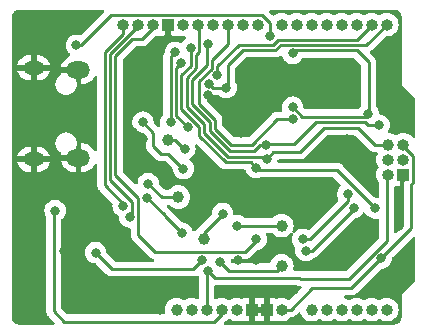
<source format=gbl>
G04 #@! TF.GenerationSoftware,KiCad,Pcbnew,7.0.7*
G04 #@! TF.CreationDate,2023-10-21T10:48:55+02:00*
G04 #@! TF.ProjectId,halfduino,68616c66-6475-4696-9e6f-2e6b69636164,rev?*
G04 #@! TF.SameCoordinates,Original*
G04 #@! TF.FileFunction,Copper,L2,Bot*
G04 #@! TF.FilePolarity,Positive*
%FSLAX46Y46*%
G04 Gerber Fmt 4.6, Leading zero omitted, Abs format (unit mm)*
G04 Created by KiCad (PCBNEW 7.0.7) date 2023-10-21 10:48:55*
%MOMM*%
%LPD*%
G01*
G04 APERTURE LIST*
G04 #@! TA.AperFunction,ComponentPad*
%ADD10C,1.000000*%
G04 #@! TD*
G04 #@! TA.AperFunction,ComponentPad*
%ADD11O,1.000000X1.000000*%
G04 #@! TD*
G04 #@! TA.AperFunction,ComponentPad*
%ADD12R,1.000000X1.000000*%
G04 #@! TD*
G04 #@! TA.AperFunction,ComponentPad*
%ADD13O,1.800000X1.150000*%
G04 #@! TD*
G04 #@! TA.AperFunction,ComponentPad*
%ADD14O,2.000000X1.450000*%
G04 #@! TD*
G04 #@! TA.AperFunction,SMDPad,CuDef*
%ADD15C,1.000000*%
G04 #@! TD*
G04 #@! TA.AperFunction,ViaPad*
%ADD16C,0.800000*%
G04 #@! TD*
G04 #@! TA.AperFunction,Conductor*
%ADD17C,0.250000*%
G04 #@! TD*
G04 APERTURE END LIST*
D10*
X97790000Y-86360000D03*
D11*
X99060000Y-86360000D03*
X100330000Y-86360000D03*
X101600000Y-86360000D03*
X102870000Y-86360000D03*
D12*
X104140000Y-86360000D03*
X105410000Y-86360000D03*
D11*
X106680000Y-86360000D03*
X93218000Y-62230000D03*
X94488000Y-62230000D03*
X95758000Y-62230000D03*
D12*
X97028000Y-62230000D03*
D11*
X98298000Y-62230000D03*
X99568000Y-62230000D03*
X100838000Y-62230000D03*
X102108000Y-62230000D03*
X103378000Y-62230000D03*
X104648000Y-62230000D03*
D10*
X115697000Y-72390000D03*
D11*
X116967000Y-72390000D03*
X115697000Y-73660000D03*
X116967000Y-73660000D03*
X115697000Y-74930000D03*
D12*
X116967000Y-74930000D03*
D10*
X109220000Y-86360000D03*
D11*
X110490000Y-86360000D03*
X111760000Y-86360000D03*
X113030000Y-86360000D03*
X114300000Y-86360000D03*
X115570000Y-86360000D03*
D13*
X85680000Y-65890000D03*
D14*
X89480000Y-66040000D03*
X89480000Y-73490000D03*
D13*
X85680000Y-73640000D03*
D11*
X106680000Y-62230000D03*
X107950000Y-62230000D03*
X109220000Y-62230000D03*
X110490000Y-62230000D03*
X111760000Y-62230000D03*
X113030000Y-62230000D03*
X114300000Y-62230000D03*
X115570000Y-62230000D03*
D15*
X97917000Y-76835000D03*
X97091000Y-72009000D03*
X106680000Y-82677000D03*
X106680000Y-79248000D03*
X100076000Y-80391000D03*
D16*
X98361000Y-74422000D03*
X115129800Y-81982800D03*
X94932000Y-70485000D03*
X102997000Y-82169000D03*
X102425500Y-75692000D03*
X104140000Y-84963000D03*
X110363000Y-73025000D03*
X105410000Y-84963000D03*
X105791000Y-75819000D03*
X84455000Y-70527000D03*
X84455000Y-67733000D03*
X113538000Y-78994000D03*
X108966000Y-82677000D03*
X117221000Y-83058000D03*
X116205000Y-64389000D03*
X85174000Y-61832000D03*
X104521000Y-82169000D03*
X94932000Y-71882000D03*
X112209497Y-71940503D03*
X114300000Y-79756000D03*
X89535000Y-78613000D03*
X90576400Y-71949400D03*
X114046000Y-75057000D03*
X107696000Y-84709000D03*
X87325200Y-62072500D03*
X116230400Y-63500000D03*
X94107000Y-71353500D03*
X117348000Y-68986400D03*
X111506000Y-68834000D03*
X84455000Y-69130000D03*
X109982000Y-82550000D03*
X112776000Y-65786000D03*
X96673500Y-74472800D03*
X116586000Y-77054454D03*
X86614000Y-68088600D03*
X116586000Y-79248000D03*
X104207800Y-66040000D03*
X111506000Y-66548000D03*
X114427000Y-76073000D03*
X106553000Y-66548000D03*
X112776000Y-68834000D03*
X97028000Y-63373000D03*
X84582000Y-85217000D03*
X100419500Y-68231179D03*
X110998000Y-76073000D03*
X106222800Y-81178400D03*
X89324000Y-61832000D03*
X112971497Y-72702503D03*
X103251000Y-71374000D03*
X84455000Y-71924000D03*
X116078000Y-84328000D03*
X107288500Y-67945000D03*
X115951000Y-69596000D03*
X88265000Y-81407000D03*
X89535000Y-81407000D03*
X85598000Y-86741000D03*
X96393000Y-86360000D03*
X117348000Y-70561200D03*
X86233000Y-82296000D03*
X99822000Y-78232000D03*
X105405701Y-73608000D03*
X100442399Y-63863698D03*
X105363467Y-72427935D03*
X114935000Y-70739000D03*
X98992899Y-64215892D03*
X104521000Y-74332500D03*
X114574585Y-77778954D03*
X104521000Y-80417500D03*
X107615500Y-64674500D03*
X100457000Y-83095500D03*
X105664000Y-63214500D03*
X107615500Y-69215000D03*
X89299000Y-63982000D03*
X114020500Y-69779642D03*
X98712103Y-70909097D03*
X98169604Y-65442500D03*
X97678287Y-64572091D03*
X97272704Y-70494296D03*
X107615500Y-70231000D03*
X93827600Y-78536800D03*
X93255500Y-77597000D03*
X112268000Y-76581000D03*
X108463609Y-80410791D03*
X112776000Y-77724000D03*
X108738240Y-81371823D03*
X101234966Y-66531327D03*
X101977712Y-67564000D03*
X100528212Y-67238082D03*
X98251000Y-79883000D03*
X95281500Y-76872500D03*
X87503000Y-77978000D03*
X99949000Y-82169000D03*
X90932000Y-81534000D03*
X98486381Y-72726192D03*
X95377000Y-75692000D03*
X101689500Y-78232000D03*
X101472500Y-82296000D03*
X102915500Y-79248000D03*
D17*
X95821000Y-72517000D02*
X96456000Y-73152000D01*
X117792000Y-73318273D02*
X116863727Y-72390000D01*
X115129800Y-81982800D02*
X117665000Y-79447600D01*
X95821000Y-71374000D02*
X95821000Y-72517000D01*
X109278000Y-84524000D02*
X112588600Y-84524000D01*
X106680000Y-86360000D02*
X107442000Y-86360000D01*
X112588600Y-84524000D02*
X115129800Y-81982800D01*
X117665000Y-75755000D02*
X117792000Y-75628000D01*
X107442000Y-86360000D02*
X109278000Y-84524000D01*
X117792000Y-75628000D02*
X117792000Y-73318273D01*
X96456000Y-73152000D02*
X97091000Y-73152000D01*
X97091000Y-73152000D02*
X98361000Y-74422000D01*
X117665000Y-79447600D02*
X117665000Y-75755000D01*
X94932000Y-70485000D02*
X95821000Y-71374000D01*
X116840000Y-76800454D02*
X116840000Y-74930000D01*
X116586000Y-77054454D02*
X116840000Y-76800454D01*
X98632000Y-66720604D02*
X99442899Y-65909705D01*
X105405701Y-73608000D02*
X105203701Y-73406000D01*
X99442899Y-65909705D02*
X99442899Y-64791197D01*
X108204000Y-73025000D02*
X110236000Y-70993000D01*
X99442899Y-64791197D02*
X99717899Y-64516197D01*
X100145000Y-70680293D02*
X98632000Y-69167293D01*
X105203701Y-73406000D02*
X102109396Y-73406000D01*
X102109396Y-73406000D02*
X100145000Y-71441604D01*
X98632000Y-69167293D02*
X98632000Y-66720604D01*
X114554000Y-72390000D02*
X115570000Y-72390000D01*
X105988701Y-73025000D02*
X108204000Y-73025000D01*
X100145000Y-71441604D02*
X100145000Y-70680293D01*
X99717899Y-64516197D02*
X99717899Y-62379899D01*
X99717899Y-62379899D02*
X99568000Y-62230000D01*
X110236000Y-70993000D02*
X113157000Y-70993000D01*
X113157000Y-70993000D02*
X114554000Y-72390000D01*
X105405701Y-73608000D02*
X105988701Y-73025000D01*
X109601000Y-70485000D02*
X107704598Y-72381402D01*
X100595000Y-71255208D02*
X102295792Y-72956000D01*
X105410000Y-72381402D02*
X105363467Y-72427935D01*
X113954553Y-70739000D02*
X113700553Y-70485000D01*
X99082000Y-66907000D02*
X99082000Y-68980897D01*
X104311581Y-72956000D02*
X104839646Y-72427935D01*
X114935000Y-70739000D02*
X113954553Y-70739000D01*
X104839646Y-72427935D02*
X105363467Y-72427935D01*
X100330000Y-65659000D02*
X99082000Y-66907000D01*
X100330000Y-63976097D02*
X100330000Y-65659000D01*
X107704598Y-72381402D02*
X105410000Y-72381402D01*
X113700553Y-70485000D02*
X109601000Y-70485000D01*
X102295792Y-72956000D02*
X104311581Y-72956000D01*
X100595000Y-70493897D02*
X100595000Y-71255208D01*
X100442399Y-63863698D02*
X100330000Y-63976097D01*
X99082000Y-68980897D02*
X100595000Y-70493897D01*
X101930200Y-73863200D02*
X104051700Y-73863200D01*
X98182000Y-66534208D02*
X98182000Y-69353689D01*
X104737500Y-74549000D02*
X111344631Y-74549000D01*
X104051700Y-73863200D02*
X104521000Y-74332500D01*
X98182000Y-69353689D02*
X99695000Y-70866689D01*
X99695000Y-70866689D02*
X99695000Y-71628000D01*
X104521000Y-74332500D02*
X104737500Y-74549000D01*
X98992899Y-65723309D02*
X98182000Y-66534208D01*
X111344631Y-74549000D02*
X114574585Y-77778954D01*
X98992899Y-64215892D02*
X98992899Y-65723309D01*
X99695000Y-71628000D02*
X101930200Y-73863200D01*
X104521000Y-80417500D02*
X104521000Y-80518000D01*
X94557000Y-76902604D02*
X92594000Y-74939604D01*
X95758000Y-62559363D02*
X95758000Y-62230000D01*
X94025857Y-63456935D02*
X94860428Y-63456935D01*
X94557000Y-80079000D02*
X94557000Y-76902604D01*
X104521000Y-80518000D02*
X103595000Y-81444000D01*
X95922000Y-81444000D02*
X94557000Y-80079000D01*
X92594000Y-74939604D02*
X92594000Y-64888792D01*
X103595000Y-81444000D02*
X95922000Y-81444000D01*
X94860428Y-63456935D02*
X95758000Y-62559363D01*
X92594000Y-64888792D02*
X94025857Y-63456935D01*
X100330000Y-86360000D02*
X100330000Y-85344000D01*
X114046000Y-69754142D02*
X114020500Y-69779642D01*
X100457000Y-83095500D02*
X101054500Y-83693000D01*
X105664000Y-63214500D02*
X105664000Y-62079273D01*
X92265000Y-61405000D02*
X89688000Y-63982000D01*
X113765142Y-70035000D02*
X108444805Y-70035000D01*
X89688000Y-63982000D02*
X89299000Y-63982000D01*
X100330000Y-83222500D02*
X100330000Y-85344000D01*
X108259295Y-83732200D02*
X112355800Y-83732200D01*
X108444805Y-70035000D02*
X107624805Y-69215000D01*
X114046000Y-65405000D02*
X114046000Y-69754142D01*
X108220095Y-83693000D02*
X108259295Y-83732200D01*
X115570000Y-80518000D02*
X115570000Y-74930000D01*
X113041000Y-64400000D02*
X114046000Y-65405000D01*
X105664000Y-62079273D02*
X104989727Y-61405000D01*
X101054500Y-83693000D02*
X108220095Y-83693000D01*
X107890000Y-64400000D02*
X113041000Y-64400000D01*
X104989727Y-61405000D02*
X92265000Y-61405000D01*
X100457000Y-83095500D02*
X100330000Y-83222500D01*
X107624805Y-69215000D02*
X107615500Y-69215000D01*
X107615500Y-64674500D02*
X107890000Y-64400000D01*
X112355800Y-83732200D02*
X115570000Y-80518000D01*
X114020500Y-69779642D02*
X113765142Y-70035000D01*
X98169604Y-65442500D02*
X97732000Y-65880104D01*
X97732000Y-69928994D02*
X98712103Y-70909097D01*
X97732000Y-65880104D02*
X97732000Y-69928994D01*
X97678287Y-64572091D02*
X97272704Y-64977674D01*
X97272704Y-64977674D02*
X97272704Y-70494296D01*
X101045000Y-71068812D02*
X101045000Y-70307501D01*
X104140000Y-72390000D02*
X102366188Y-72390000D01*
X100780000Y-65961695D02*
X100780000Y-65209000D01*
X100780000Y-65209000D02*
X102108000Y-63881000D01*
X101045000Y-70307501D02*
X99695000Y-68957501D01*
X99695000Y-68957501D02*
X99695000Y-67046695D01*
X102108000Y-63881000D02*
X102108000Y-62230000D01*
X99695000Y-67046695D02*
X100780000Y-65961695D01*
X106299000Y-70231000D02*
X104140000Y-72390000D01*
X102366188Y-72390000D02*
X101045000Y-71068812D01*
X107615500Y-70231000D02*
X106299000Y-70231000D01*
X93980000Y-78384400D02*
X93980000Y-77216000D01*
X93980000Y-77216000D02*
X92144000Y-75380000D01*
X92144000Y-75380000D02*
X92144000Y-64702396D01*
X93827600Y-78536800D02*
X93980000Y-78384400D01*
X92144000Y-64702396D02*
X94488000Y-62358396D01*
X94488000Y-62358396D02*
X94488000Y-62230000D01*
X93218000Y-62992000D02*
X93218000Y-62230000D01*
X91694000Y-64516000D02*
X93218000Y-62992000D01*
X91694000Y-75819000D02*
X91694000Y-64516000D01*
X93255500Y-77597000D02*
X93255500Y-77380500D01*
X93255500Y-77380500D02*
X91694000Y-75819000D01*
X112051000Y-77433000D02*
X109073209Y-80410791D01*
X112268000Y-77206695D02*
X112051000Y-77423695D01*
X112268000Y-76581000D02*
X112268000Y-77206695D01*
X109073209Y-80410791D02*
X108463609Y-80410791D01*
X112051000Y-77423695D02*
X112051000Y-77433000D01*
X112776000Y-77724000D02*
X112776000Y-77851000D01*
X109255177Y-81371823D02*
X108738240Y-81371823D01*
X112776000Y-77851000D02*
X109255177Y-81371823D01*
X101234966Y-65770034D02*
X103066000Y-63939000D01*
X105964805Y-63939000D02*
X106403805Y-63500000D01*
X113030000Y-63500000D02*
X114300000Y-62230000D01*
X101234966Y-66531327D02*
X101234966Y-65770034D01*
X106403805Y-63500000D02*
X113030000Y-63500000D01*
X103066000Y-63939000D02*
X105964805Y-63939000D01*
X113850000Y-63950000D02*
X115570000Y-62230000D01*
X103378000Y-64389000D02*
X106151201Y-64389000D01*
X101977712Y-67564000D02*
X100854130Y-67564000D01*
X102108000Y-65659000D02*
X103378000Y-64389000D01*
X106151201Y-64389000D02*
X106590201Y-63950000D01*
X101977712Y-67564000D02*
X102108000Y-67433712D01*
X106590201Y-63950000D02*
X113850000Y-63950000D01*
X100854130Y-67564000D02*
X100528212Y-67238082D01*
X102108000Y-67433712D02*
X102108000Y-65659000D01*
X96768000Y-78400000D02*
X96768000Y-78359000D01*
X96768000Y-78359000D02*
X95281500Y-76872500D01*
X98251000Y-79883000D02*
X96768000Y-78400000D01*
X88265000Y-87376000D02*
X100965000Y-87376000D01*
X87503000Y-77978000D02*
X87376000Y-78105000D01*
X87376000Y-86487000D02*
X88265000Y-87376000D01*
X100965000Y-87376000D02*
X101600000Y-86741000D01*
X87376000Y-78105000D02*
X87376000Y-86487000D01*
X101600000Y-86741000D02*
X101600000Y-86360000D01*
X90932000Y-81534000D02*
X92329000Y-82931000D01*
X99187000Y-82931000D02*
X99949000Y-82169000D01*
X92329000Y-82931000D02*
X99187000Y-82931000D01*
X98486381Y-72726192D02*
X98380192Y-72726192D01*
X98380192Y-72726192D02*
X97663000Y-72009000D01*
X97663000Y-72009000D02*
X97091000Y-72009000D01*
X96520000Y-76835000D02*
X97917000Y-76835000D01*
X95377000Y-75692000D02*
X96520000Y-76835000D01*
X101689500Y-78269500D02*
X100076000Y-79883000D01*
X101689500Y-78232000D02*
X101689500Y-78269500D01*
X100076000Y-79883000D02*
X100076000Y-80391000D01*
X101472500Y-82296000D02*
X101473000Y-82296000D01*
X106299000Y-83058000D02*
X106680000Y-82677000D01*
X102235000Y-83058000D02*
X106299000Y-83058000D01*
X101473000Y-82296000D02*
X102235000Y-83058000D01*
X102915500Y-79248000D02*
X106680000Y-79248000D01*
G04 #@! TA.AperFunction,Conductor*
G36*
X91592585Y-60980185D02*
G01*
X91638340Y-61032989D01*
X91648284Y-61102147D01*
X91619259Y-61165703D01*
X91613227Y-61172181D01*
X89697127Y-63088280D01*
X89635804Y-63121765D01*
X89583666Y-63121889D01*
X89393646Y-63081500D01*
X89204354Y-63081500D01*
X89172456Y-63088280D01*
X89019197Y-63120855D01*
X89019192Y-63120857D01*
X88846270Y-63197848D01*
X88846265Y-63197851D01*
X88693129Y-63309111D01*
X88566466Y-63449785D01*
X88471821Y-63613715D01*
X88471818Y-63613722D01*
X88415212Y-63787939D01*
X88413326Y-63793744D01*
X88393540Y-63982000D01*
X88413326Y-64170256D01*
X88413327Y-64170259D01*
X88471818Y-64350277D01*
X88471821Y-64350284D01*
X88566467Y-64514216D01*
X88693129Y-64654888D01*
X88723721Y-64677114D01*
X88750343Y-64696456D01*
X88793008Y-64751786D01*
X88798987Y-64821399D01*
X88766381Y-64883194D01*
X88731259Y-64908494D01*
X88574161Y-64984148D01*
X88574158Y-64984150D01*
X88395773Y-65113754D01*
X88395765Y-65113760D01*
X88243387Y-65273136D01*
X88121909Y-65457166D01*
X88035249Y-65659916D01*
X88035246Y-65659927D01*
X88005557Y-65789999D01*
X88005558Y-65790000D01*
X88669112Y-65790000D01*
X88736151Y-65809685D01*
X88781906Y-65862489D01*
X88791850Y-65931647D01*
X88791585Y-65933397D01*
X88774702Y-66039996D01*
X88774702Y-66040003D01*
X88791585Y-66146603D01*
X88782630Y-66215896D01*
X88737634Y-66269348D01*
X88670882Y-66289987D01*
X88669112Y-66290000D01*
X88002678Y-66290000D01*
X88005887Y-66313694D01*
X88016521Y-66346422D01*
X88018516Y-66416263D01*
X87982436Y-66476096D01*
X87971472Y-66485060D01*
X87941513Y-66506826D01*
X87936070Y-66510361D01*
X87897788Y-66532463D01*
X87897785Y-66532465D01*
X87864935Y-66562044D01*
X87859889Y-66566130D01*
X87824125Y-66592115D01*
X87794550Y-66624960D01*
X87789960Y-66629550D01*
X87757115Y-66659125D01*
X87731130Y-66694889D01*
X87727044Y-66699935D01*
X87697465Y-66732785D01*
X87697463Y-66732788D01*
X87675361Y-66771069D01*
X87671826Y-66776512D01*
X87645850Y-66812267D01*
X87627871Y-66852647D01*
X87624924Y-66858430D01*
X87602819Y-66896719D01*
X87589160Y-66938755D01*
X87586834Y-66944815D01*
X87568856Y-66985195D01*
X87559665Y-67028434D01*
X87557985Y-67034705D01*
X87544325Y-67076743D01*
X87539703Y-67120710D01*
X87538688Y-67127119D01*
X87529500Y-67170350D01*
X87529499Y-67170352D01*
X87529499Y-67214557D01*
X87529159Y-67221039D01*
X87524540Y-67264998D01*
X87524540Y-67265000D01*
X87529159Y-67308959D01*
X87529499Y-67315442D01*
X87529499Y-67359646D01*
X87538688Y-67402879D01*
X87539704Y-67409291D01*
X87544325Y-67453256D01*
X87557986Y-67495296D01*
X87559666Y-67501569D01*
X87568856Y-67544803D01*
X87568855Y-67544803D01*
X87586833Y-67585179D01*
X87589160Y-67591242D01*
X87602818Y-67633277D01*
X87602820Y-67633281D01*
X87602821Y-67633284D01*
X87624923Y-67671565D01*
X87624924Y-67671567D01*
X87627870Y-67677349D01*
X87645849Y-67717730D01*
X87671823Y-67753482D01*
X87671825Y-67753484D01*
X87675359Y-67758926D01*
X87681648Y-67769818D01*
X87697464Y-67797212D01*
X87697471Y-67797222D01*
X87727050Y-67830072D01*
X87731137Y-67835119D01*
X87757110Y-67870869D01*
X87757111Y-67870870D01*
X87757112Y-67870871D01*
X87789966Y-67900453D01*
X87794546Y-67905034D01*
X87819077Y-67932277D01*
X87824129Y-67937888D01*
X87859887Y-67963867D01*
X87864934Y-67967954D01*
X87897777Y-67997528D01*
X87897787Y-67997535D01*
X87936070Y-68019638D01*
X87941516Y-68023175D01*
X87977266Y-68049149D01*
X87977269Y-68049150D01*
X87977270Y-68049151D01*
X87987535Y-68053721D01*
X88017644Y-68067127D01*
X88023430Y-68070075D01*
X88049300Y-68085010D01*
X88061716Y-68092179D01*
X88103755Y-68105837D01*
X88109812Y-68108163D01*
X88150193Y-68126142D01*
X88150192Y-68126142D01*
X88150197Y-68126144D01*
X88184720Y-68133481D01*
X88193435Y-68135334D01*
X88199698Y-68137011D01*
X88241744Y-68150674D01*
X88273051Y-68153964D01*
X88285709Y-68155295D01*
X88292123Y-68156311D01*
X88335354Y-68165500D01*
X88335355Y-68165500D01*
X88524643Y-68165500D01*
X88524646Y-68165500D01*
X88567894Y-68156307D01*
X88574283Y-68155295D01*
X88618256Y-68150674D01*
X88660308Y-68137009D01*
X88666551Y-68135336D01*
X88709803Y-68126144D01*
X88750197Y-68108158D01*
X88756228Y-68105842D01*
X88798284Y-68092179D01*
X88836586Y-68070063D01*
X88842333Y-68067136D01*
X88882730Y-68049151D01*
X88918504Y-68023159D01*
X88923906Y-68019650D01*
X88962216Y-67997533D01*
X88995071Y-67967948D01*
X89000098Y-67963876D01*
X89035871Y-67937888D01*
X89065453Y-67905032D01*
X89070032Y-67900453D01*
X89102888Y-67870871D01*
X89128876Y-67835098D01*
X89132948Y-67830071D01*
X89162533Y-67797216D01*
X89184650Y-67758906D01*
X89188159Y-67753504D01*
X89214151Y-67717730D01*
X89232136Y-67677333D01*
X89235063Y-67671586D01*
X89257179Y-67633284D01*
X89270842Y-67591228D01*
X89273158Y-67585197D01*
X89291144Y-67544803D01*
X89300336Y-67501551D01*
X89302013Y-67495296D01*
X89315674Y-67453256D01*
X89320295Y-67409283D01*
X89321310Y-67402879D01*
X89330500Y-67359646D01*
X89330500Y-67315442D01*
X89330840Y-67308960D01*
X89331848Y-67299365D01*
X89335460Y-67265000D01*
X89330840Y-67221039D01*
X89330840Y-67221037D01*
X89330500Y-67214553D01*
X89330500Y-67170354D01*
X89321311Y-67127123D01*
X89320295Y-67120709D01*
X89317682Y-67095849D01*
X89315674Y-67076744D01*
X89302011Y-67034698D01*
X89300334Y-67028435D01*
X89298765Y-67021056D01*
X89291144Y-66985197D01*
X89273163Y-66944812D01*
X89270835Y-66938748D01*
X89266741Y-66926147D01*
X89257179Y-66896716D01*
X89246611Y-66878413D01*
X89230000Y-66816415D01*
X89230000Y-66589000D01*
X89249685Y-66521961D01*
X89302489Y-66476206D01*
X89354000Y-66465000D01*
X89606000Y-66465000D01*
X89673039Y-66484685D01*
X89718794Y-66537489D01*
X89730000Y-66589000D01*
X89730000Y-67265000D01*
X89810004Y-67265000D01*
X89810006Y-67264999D01*
X89974617Y-67250185D01*
X90187162Y-67191527D01*
X90187177Y-67191521D01*
X90385834Y-67095853D01*
X90385841Y-67095849D01*
X90564226Y-66966245D01*
X90564234Y-66966239D01*
X90716612Y-66806863D01*
X90841013Y-66618406D01*
X90894373Y-66573301D01*
X90963648Y-66564204D01*
X91026844Y-66594005D01*
X91063896Y-66653241D01*
X91068500Y-66686717D01*
X91068500Y-72853681D01*
X91048815Y-72920720D01*
X90996011Y-72966475D01*
X90926853Y-72976419D01*
X90863297Y-72947394D01*
X90835306Y-72912441D01*
X90781485Y-72812426D01*
X90781483Y-72812423D01*
X90644004Y-72640029D01*
X90477947Y-72494949D01*
X90477945Y-72494947D01*
X90288662Y-72381855D01*
X90288654Y-72381851D01*
X90082212Y-72304372D01*
X89865256Y-72265000D01*
X89730000Y-72265000D01*
X89730000Y-72941000D01*
X89710315Y-73008039D01*
X89657511Y-73053794D01*
X89606000Y-73065000D01*
X89354000Y-73065000D01*
X89286961Y-73045315D01*
X89241206Y-72992511D01*
X89230000Y-72941000D01*
X89230000Y-72713584D01*
X89246614Y-72651582D01*
X89250857Y-72644233D01*
X89257179Y-72633284D01*
X89270842Y-72591228D01*
X89273158Y-72585197D01*
X89291144Y-72544803D01*
X89300336Y-72501551D01*
X89302013Y-72495296D01*
X89315674Y-72453256D01*
X89320295Y-72409283D01*
X89321310Y-72402879D01*
X89330500Y-72359646D01*
X89330500Y-72315442D01*
X89330840Y-72308960D01*
X89331848Y-72299365D01*
X89335460Y-72265000D01*
X89330840Y-72221039D01*
X89330840Y-72221037D01*
X89330500Y-72214553D01*
X89330500Y-72170354D01*
X89321311Y-72127123D01*
X89320295Y-72120709D01*
X89317188Y-72091152D01*
X89315674Y-72076744D01*
X89302011Y-72034698D01*
X89300334Y-72028435D01*
X89297355Y-72014420D01*
X89291144Y-71985197D01*
X89273163Y-71944812D01*
X89270835Y-71938748D01*
X89257179Y-71896716D01*
X89246598Y-71878390D01*
X89235075Y-71858430D01*
X89232127Y-71852644D01*
X89220127Y-71825692D01*
X89214151Y-71812270D01*
X89214149Y-71812267D01*
X89214149Y-71812266D01*
X89188175Y-71776516D01*
X89184638Y-71771070D01*
X89162535Y-71732787D01*
X89162528Y-71732777D01*
X89132954Y-71699934D01*
X89128870Y-71694892D01*
X89102888Y-71659129D01*
X89101739Y-71658094D01*
X89070034Y-71629546D01*
X89065453Y-71624966D01*
X89035871Y-71592112D01*
X89035870Y-71592111D01*
X89035869Y-71592110D01*
X89000119Y-71566137D01*
X88995072Y-71562050D01*
X88962222Y-71532471D01*
X88962212Y-71532464D01*
X88923930Y-71510362D01*
X88923928Y-71510361D01*
X88923926Y-71510359D01*
X88918484Y-71506825D01*
X88882736Y-71480853D01*
X88882732Y-71480850D01*
X88842353Y-71462872D01*
X88836567Y-71459924D01*
X88798284Y-71437821D01*
X88798281Y-71437820D01*
X88798277Y-71437818D01*
X88756242Y-71424160D01*
X88750179Y-71421833D01*
X88709803Y-71403856D01*
X88666569Y-71394666D01*
X88660301Y-71392987D01*
X88649861Y-71389595D01*
X88618256Y-71379325D01*
X88574291Y-71374704D01*
X88567880Y-71373688D01*
X88524647Y-71364500D01*
X88524646Y-71364500D01*
X88335354Y-71364500D01*
X88335351Y-71364500D01*
X88292119Y-71373688D01*
X88285710Y-71374703D01*
X88241743Y-71379325D01*
X88199705Y-71392985D01*
X88193434Y-71394665D01*
X88150195Y-71403856D01*
X88109815Y-71421834D01*
X88103755Y-71424160D01*
X88061719Y-71437819D01*
X88023430Y-71459924D01*
X88017647Y-71462871D01*
X87977267Y-71480850D01*
X87941512Y-71506826D01*
X87936069Y-71510361D01*
X87897788Y-71532463D01*
X87897785Y-71532465D01*
X87864935Y-71562044D01*
X87859889Y-71566130D01*
X87824125Y-71592115D01*
X87794550Y-71624960D01*
X87789960Y-71629550D01*
X87757115Y-71659125D01*
X87731130Y-71694889D01*
X87727044Y-71699935D01*
X87697465Y-71732785D01*
X87697463Y-71732788D01*
X87675361Y-71771069D01*
X87671826Y-71776512D01*
X87645850Y-71812267D01*
X87627871Y-71852647D01*
X87624924Y-71858430D01*
X87602819Y-71896719D01*
X87589160Y-71938755D01*
X87586834Y-71944815D01*
X87568856Y-71985195D01*
X87559665Y-72028434D01*
X87557985Y-72034705D01*
X87544325Y-72076743D01*
X87539703Y-72120710D01*
X87538688Y-72127119D01*
X87529500Y-72170350D01*
X87529499Y-72170352D01*
X87529499Y-72214557D01*
X87529159Y-72221039D01*
X87524540Y-72264998D01*
X87524540Y-72265000D01*
X87529159Y-72308959D01*
X87529499Y-72315442D01*
X87529499Y-72359646D01*
X87538688Y-72402879D01*
X87539704Y-72409291D01*
X87544325Y-72453256D01*
X87554595Y-72484861D01*
X87557872Y-72494947D01*
X87557986Y-72495296D01*
X87559666Y-72501569D01*
X87568856Y-72544803D01*
X87568855Y-72544803D01*
X87586833Y-72585179D01*
X87589160Y-72591242D01*
X87602818Y-72633277D01*
X87602820Y-72633281D01*
X87602821Y-72633284D01*
X87624924Y-72671567D01*
X87627870Y-72677349D01*
X87644003Y-72713584D01*
X87645850Y-72717732D01*
X87645853Y-72717736D01*
X87649421Y-72722647D01*
X87670152Y-72751182D01*
X87671825Y-72753484D01*
X87675362Y-72758930D01*
X87697464Y-72797212D01*
X87697471Y-72797222D01*
X87727050Y-72830072D01*
X87731137Y-72835119D01*
X87757110Y-72870869D01*
X87757111Y-72870870D01*
X87757112Y-72870871D01*
X87789966Y-72900453D01*
X87794546Y-72905034D01*
X87819571Y-72932826D01*
X87824129Y-72937888D01*
X87859892Y-72963870D01*
X87864934Y-72967954D01*
X87897777Y-72997528D01*
X87897787Y-72997535D01*
X87936070Y-73019638D01*
X87941515Y-73023174D01*
X87972677Y-73045814D01*
X88015344Y-73101143D01*
X88021324Y-73170756D01*
X88020684Y-73173725D01*
X88005557Y-73239999D01*
X88005558Y-73240000D01*
X88669112Y-73240000D01*
X88736151Y-73259685D01*
X88781906Y-73312489D01*
X88791850Y-73381647D01*
X88791585Y-73383397D01*
X88774702Y-73489996D01*
X88774702Y-73490003D01*
X88791585Y-73596603D01*
X88782630Y-73665896D01*
X88737634Y-73719348D01*
X88670882Y-73739987D01*
X88669112Y-73740000D01*
X88002678Y-73740000D01*
X88005887Y-73763693D01*
X88074025Y-73973401D01*
X88178514Y-74167573D01*
X88178516Y-74167576D01*
X88315995Y-74339970D01*
X88482052Y-74485050D01*
X88482054Y-74485052D01*
X88671337Y-74598144D01*
X88671345Y-74598148D01*
X88877787Y-74675627D01*
X89094744Y-74715000D01*
X89230000Y-74715000D01*
X89230000Y-74039000D01*
X89249685Y-73971961D01*
X89302489Y-73926206D01*
X89354000Y-73915000D01*
X89606000Y-73915000D01*
X89673039Y-73934685D01*
X89718794Y-73987489D01*
X89730000Y-74039000D01*
X89730000Y-74715000D01*
X89810004Y-74715000D01*
X89810006Y-74714999D01*
X89974617Y-74700185D01*
X90187162Y-74641527D01*
X90187177Y-74641521D01*
X90385834Y-74545853D01*
X90385841Y-74545849D01*
X90564226Y-74416245D01*
X90564234Y-74416239D01*
X90716612Y-74256863D01*
X90841013Y-74068406D01*
X90894373Y-74023301D01*
X90963648Y-74014204D01*
X91026844Y-74044005D01*
X91063896Y-74103241D01*
X91068500Y-74136717D01*
X91068500Y-75736255D01*
X91066775Y-75751872D01*
X91067061Y-75751899D01*
X91066326Y-75759665D01*
X91068500Y-75828814D01*
X91068500Y-75858343D01*
X91068501Y-75858360D01*
X91069368Y-75865231D01*
X91069826Y-75871050D01*
X91071290Y-75917624D01*
X91071291Y-75917627D01*
X91076880Y-75936867D01*
X91080824Y-75955911D01*
X91083336Y-75975792D01*
X91100490Y-76019119D01*
X91102382Y-76024647D01*
X91115381Y-76069388D01*
X91125580Y-76086634D01*
X91134138Y-76104103D01*
X91141514Y-76122732D01*
X91168898Y-76160423D01*
X91172106Y-76165307D01*
X91195827Y-76205416D01*
X91195833Y-76205424D01*
X91209990Y-76219580D01*
X91222627Y-76234375D01*
X91234406Y-76250587D01*
X91265681Y-76276460D01*
X91270309Y-76280288D01*
X91274620Y-76284210D01*
X91825410Y-76835000D01*
X92330793Y-77340383D01*
X92364278Y-77401706D01*
X92366433Y-77441025D01*
X92355908Y-77541166D01*
X92350040Y-77597000D01*
X92369826Y-77785256D01*
X92369827Y-77785259D01*
X92428318Y-77965277D01*
X92428321Y-77965284D01*
X92522967Y-78129216D01*
X92615516Y-78232002D01*
X92649629Y-78269888D01*
X92802765Y-78381148D01*
X92802770Y-78381151D01*
X92850129Y-78402237D01*
X92903366Y-78447487D01*
X92923687Y-78514337D01*
X92923015Y-78528469D01*
X92922140Y-78536798D01*
X92922140Y-78536800D01*
X92941926Y-78725056D01*
X92941927Y-78725059D01*
X93000418Y-78905077D01*
X93000421Y-78905084D01*
X93095067Y-79069016D01*
X93202659Y-79188509D01*
X93221729Y-79209688D01*
X93374865Y-79320948D01*
X93374870Y-79320951D01*
X93547792Y-79397942D01*
X93547797Y-79397944D01*
X93732954Y-79437300D01*
X93732955Y-79437300D01*
X93807500Y-79437300D01*
X93874539Y-79456985D01*
X93920294Y-79509789D01*
X93931500Y-79561300D01*
X93931500Y-79996255D01*
X93929775Y-80011872D01*
X93930061Y-80011899D01*
X93929326Y-80019665D01*
X93931500Y-80088814D01*
X93931500Y-80118343D01*
X93931501Y-80118360D01*
X93932368Y-80125231D01*
X93932826Y-80131050D01*
X93934290Y-80177624D01*
X93934291Y-80177627D01*
X93939880Y-80196867D01*
X93943824Y-80215911D01*
X93946336Y-80235792D01*
X93961695Y-80274586D01*
X93963490Y-80279119D01*
X93965382Y-80284647D01*
X93978381Y-80329388D01*
X93988580Y-80346634D01*
X93997138Y-80364103D01*
X94004514Y-80382732D01*
X94031898Y-80420423D01*
X94035106Y-80425307D01*
X94058827Y-80465416D01*
X94058833Y-80465424D01*
X94072990Y-80479580D01*
X94085628Y-80494376D01*
X94097405Y-80510586D01*
X94097406Y-80510587D01*
X94133309Y-80540288D01*
X94137620Y-80544210D01*
X94795058Y-81201648D01*
X95421194Y-81827784D01*
X95431019Y-81840048D01*
X95431240Y-81839866D01*
X95436210Y-81845873D01*
X95436213Y-81845876D01*
X95436214Y-81845877D01*
X95486651Y-81893241D01*
X95507530Y-81914120D01*
X95513004Y-81918366D01*
X95517442Y-81922156D01*
X95551418Y-81954062D01*
X95551422Y-81954064D01*
X95568973Y-81963713D01*
X95585231Y-81974392D01*
X95601064Y-81986674D01*
X95623015Y-81996172D01*
X95643837Y-82005183D01*
X95649081Y-82007752D01*
X95689908Y-82030197D01*
X95709312Y-82035179D01*
X95727710Y-82041478D01*
X95746105Y-82049438D01*
X95792137Y-82056728D01*
X95797832Y-82057906D01*
X95811429Y-82061398D01*
X95871463Y-82097141D01*
X95902644Y-82159668D01*
X95895070Y-82229126D01*
X95851147Y-82283463D01*
X95784820Y-82305428D01*
X95780581Y-82305500D01*
X92639453Y-82305500D01*
X92572414Y-82285815D01*
X92551772Y-82269181D01*
X91870960Y-81588369D01*
X91837475Y-81527046D01*
X91835323Y-81513668D01*
X91817674Y-81345744D01*
X91759179Y-81165716D01*
X91664533Y-81001784D01*
X91537871Y-80861112D01*
X91537870Y-80861111D01*
X91384734Y-80749851D01*
X91384729Y-80749848D01*
X91211807Y-80672857D01*
X91211802Y-80672855D01*
X91066001Y-80641865D01*
X91026646Y-80633500D01*
X90837354Y-80633500D01*
X90804897Y-80640398D01*
X90652197Y-80672855D01*
X90652192Y-80672857D01*
X90479270Y-80749848D01*
X90479265Y-80749851D01*
X90326129Y-80861111D01*
X90199466Y-81001785D01*
X90104821Y-81165715D01*
X90104818Y-81165722D01*
X90046327Y-81345740D01*
X90046326Y-81345744D01*
X90026540Y-81534000D01*
X90046326Y-81722256D01*
X90046327Y-81722259D01*
X90104818Y-81902277D01*
X90104821Y-81902284D01*
X90199467Y-82066216D01*
X90309018Y-82187884D01*
X90326129Y-82206888D01*
X90479265Y-82318148D01*
X90479270Y-82318151D01*
X90652192Y-82395142D01*
X90652197Y-82395144D01*
X90837354Y-82434500D01*
X90896548Y-82434500D01*
X90963587Y-82454185D01*
X90984228Y-82470818D01*
X91420914Y-82907505D01*
X91828197Y-83314788D01*
X91838022Y-83327051D01*
X91838243Y-83326869D01*
X91843214Y-83332878D01*
X91869217Y-83357295D01*
X91893635Y-83380226D01*
X91914529Y-83401120D01*
X91920011Y-83405373D01*
X91924443Y-83409157D01*
X91958418Y-83441062D01*
X91975976Y-83450714D01*
X91992235Y-83461395D01*
X92008064Y-83473673D01*
X92050838Y-83492182D01*
X92056056Y-83494738D01*
X92096908Y-83517197D01*
X92116316Y-83522180D01*
X92134717Y-83528480D01*
X92153104Y-83536437D01*
X92196488Y-83543308D01*
X92199119Y-83543725D01*
X92204839Y-83544909D01*
X92249981Y-83556500D01*
X92270016Y-83556500D01*
X92289414Y-83558026D01*
X92309194Y-83561159D01*
X92309195Y-83561160D01*
X92309195Y-83561159D01*
X92309196Y-83561160D01*
X92355583Y-83556775D01*
X92361422Y-83556500D01*
X99104257Y-83556500D01*
X99119877Y-83558224D01*
X99119904Y-83557939D01*
X99127660Y-83558671D01*
X99127667Y-83558673D01*
X99196814Y-83556500D01*
X99226350Y-83556500D01*
X99233228Y-83555630D01*
X99239041Y-83555172D01*
X99285627Y-83553709D01*
X99304869Y-83548117D01*
X99323912Y-83544174D01*
X99343792Y-83541664D01*
X99387122Y-83524507D01*
X99392646Y-83522617D01*
X99396396Y-83521527D01*
X99437390Y-83509618D01*
X99454629Y-83499422D01*
X99472103Y-83490862D01*
X99490729Y-83483487D01*
X99490727Y-83483487D01*
X99490732Y-83483486D01*
X99490735Y-83483483D01*
X99497566Y-83479729D01*
X99499099Y-83482517D01*
X99551032Y-83463945D01*
X99619098Y-83479719D01*
X99665590Y-83525738D01*
X99687887Y-83564358D01*
X99704500Y-83626357D01*
X99704500Y-85363155D01*
X99684815Y-85430194D01*
X99632011Y-85475949D01*
X99562853Y-85485893D01*
X99522048Y-85472514D01*
X99444731Y-85431188D01*
X99444730Y-85431187D01*
X99444727Y-85431186D01*
X99256132Y-85373976D01*
X99256129Y-85373975D01*
X99060000Y-85354659D01*
X98863870Y-85373975D01*
X98675266Y-85431188D01*
X98501467Y-85524086D01*
X98496399Y-85527473D01*
X98495305Y-85525836D01*
X98439337Y-85549596D01*
X98370471Y-85537795D01*
X98353843Y-85527109D01*
X98353601Y-85527473D01*
X98348532Y-85524086D01*
X98174733Y-85431188D01*
X98174727Y-85431186D01*
X97986132Y-85373976D01*
X97986129Y-85373975D01*
X97790000Y-85354659D01*
X97593870Y-85373975D01*
X97405266Y-85431188D01*
X97231467Y-85524086D01*
X97231460Y-85524090D01*
X97079116Y-85649116D01*
X96954090Y-85801460D01*
X96954086Y-85801467D01*
X96861188Y-85975266D01*
X96803975Y-86163870D01*
X96784659Y-86360000D01*
X96803975Y-86556130D01*
X96814403Y-86590505D01*
X96815026Y-86660372D01*
X96777778Y-86719485D01*
X96714483Y-86749076D01*
X96695742Y-86750500D01*
X88575452Y-86750500D01*
X88508413Y-86730815D01*
X88487771Y-86714181D01*
X88037819Y-86264228D01*
X88004334Y-86202905D01*
X88001500Y-86176547D01*
X88001500Y-78792078D01*
X88021185Y-78725039D01*
X88052616Y-78691759D01*
X88055778Y-78689462D01*
X88108871Y-78650888D01*
X88235533Y-78510216D01*
X88330179Y-78346284D01*
X88388674Y-78166256D01*
X88408460Y-77978000D01*
X88388674Y-77789744D01*
X88330179Y-77609716D01*
X88235533Y-77445784D01*
X88108871Y-77305112D01*
X88108870Y-77305111D01*
X87955734Y-77193851D01*
X87955729Y-77193848D01*
X87782807Y-77116857D01*
X87782802Y-77116855D01*
X87637001Y-77085865D01*
X87597646Y-77077500D01*
X87408354Y-77077500D01*
X87375897Y-77084398D01*
X87223197Y-77116855D01*
X87223192Y-77116857D01*
X87050270Y-77193848D01*
X87050265Y-77193851D01*
X86897129Y-77305111D01*
X86770466Y-77445785D01*
X86675821Y-77609715D01*
X86675818Y-77609722D01*
X86625752Y-77763811D01*
X86617326Y-77789744D01*
X86597540Y-77978000D01*
X86617326Y-78166256D01*
X86617327Y-78166259D01*
X86675818Y-78346277D01*
X86675821Y-78346284D01*
X86708125Y-78402237D01*
X86733887Y-78446857D01*
X86750500Y-78508857D01*
X86750500Y-86404255D01*
X86748775Y-86419872D01*
X86749061Y-86419899D01*
X86748326Y-86427665D01*
X86750500Y-86496814D01*
X86750500Y-86526343D01*
X86750501Y-86526360D01*
X86751368Y-86533231D01*
X86751826Y-86539050D01*
X86753290Y-86585624D01*
X86753291Y-86585627D01*
X86758880Y-86604867D01*
X86762824Y-86623911D01*
X86765336Y-86643792D01*
X86775757Y-86670112D01*
X86782490Y-86687119D01*
X86784382Y-86692647D01*
X86795471Y-86730815D01*
X86797382Y-86737390D01*
X86801724Y-86744733D01*
X86807580Y-86754634D01*
X86816138Y-86772103D01*
X86823514Y-86790732D01*
X86850898Y-86828423D01*
X86854106Y-86833307D01*
X86877827Y-86873416D01*
X86877833Y-86873424D01*
X86891990Y-86887580D01*
X86904627Y-86902375D01*
X86916406Y-86918587D01*
X86940618Y-86938617D01*
X86952309Y-86948288D01*
X86956620Y-86952210D01*
X87307760Y-87303351D01*
X87422228Y-87417819D01*
X87455713Y-87479142D01*
X87450729Y-87548834D01*
X87408857Y-87604767D01*
X87343393Y-87629184D01*
X87334547Y-87629500D01*
X84458482Y-87629500D01*
X84451544Y-87629110D01*
X84440581Y-87627875D01*
X84428655Y-87626531D01*
X84316510Y-87611767D01*
X84291740Y-87605869D01*
X84247578Y-87590416D01*
X84244329Y-87589176D01*
X84214812Y-87576950D01*
X84169475Y-87558170D01*
X84150962Y-87548607D01*
X84131691Y-87536498D01*
X84105575Y-87520087D01*
X84100822Y-87516782D01*
X84036499Y-87467426D01*
X84030407Y-87462083D01*
X83987914Y-87419590D01*
X83982575Y-87413502D01*
X83933210Y-87349168D01*
X83929911Y-87344423D01*
X83921889Y-87331657D01*
X83901387Y-87299028D01*
X83891833Y-87280533D01*
X83860810Y-87205637D01*
X83859593Y-87202451D01*
X83844126Y-87158249D01*
X83838233Y-87133499D01*
X83823468Y-87021348D01*
X83820890Y-86998459D01*
X83820500Y-86991515D01*
X83820500Y-73390000D01*
X84304889Y-73390000D01*
X84973245Y-73390000D01*
X85040284Y-73409685D01*
X85086039Y-73462489D01*
X85095983Y-73531647D01*
X85094864Y-73538183D01*
X85085087Y-73587336D01*
X85078000Y-73622969D01*
X85074612Y-73640000D01*
X85094500Y-73739987D01*
X85094863Y-73741809D01*
X85088635Y-73811401D01*
X85045771Y-73866578D01*
X84979881Y-73889822D01*
X84973245Y-73890000D01*
X84309468Y-73890000D01*
X84334503Y-73993195D01*
X84419787Y-74179943D01*
X84419789Y-74179947D01*
X84538870Y-74347173D01*
X84538875Y-74347179D01*
X84687456Y-74488851D01*
X84860165Y-74599844D01*
X85050761Y-74676147D01*
X85252349Y-74715000D01*
X85430000Y-74715000D01*
X85430000Y-74039000D01*
X85449685Y-73971961D01*
X85502489Y-73926206D01*
X85554000Y-73915000D01*
X85806000Y-73915000D01*
X85873039Y-73934685D01*
X85918794Y-73987489D01*
X85930000Y-74039000D01*
X85930000Y-74715000D01*
X86056205Y-74715000D01*
X86209370Y-74700374D01*
X86209374Y-74700373D01*
X86406351Y-74642536D01*
X86588837Y-74548458D01*
X86750206Y-74421555D01*
X86750209Y-74421551D01*
X86884654Y-74266395D01*
X86987300Y-74088606D01*
X87054449Y-73894595D01*
X87055111Y-73890000D01*
X86386755Y-73890000D01*
X86319716Y-73870315D01*
X86273961Y-73817511D01*
X86264017Y-73748353D01*
X86265137Y-73741809D01*
X86265497Y-73740000D01*
X86285388Y-73640000D01*
X86265137Y-73538190D01*
X86271365Y-73468599D01*
X86314229Y-73413422D01*
X86380119Y-73390178D01*
X86386755Y-73390000D01*
X87050532Y-73390000D01*
X87050531Y-73389999D01*
X87025496Y-73286804D01*
X86940212Y-73100056D01*
X86940210Y-73100052D01*
X86821129Y-72932826D01*
X86821124Y-72932820D01*
X86672543Y-72791148D01*
X86499834Y-72680155D01*
X86309238Y-72603852D01*
X86107651Y-72565000D01*
X85930000Y-72565000D01*
X85930000Y-73241000D01*
X85910315Y-73308039D01*
X85857511Y-73353794D01*
X85806000Y-73365000D01*
X85554000Y-73365000D01*
X85486961Y-73345315D01*
X85441206Y-73292511D01*
X85430000Y-73241000D01*
X85430000Y-72565000D01*
X85303795Y-72565000D01*
X85150629Y-72579625D01*
X85150625Y-72579626D01*
X84953648Y-72637463D01*
X84771162Y-72731541D01*
X84609793Y-72858444D01*
X84609790Y-72858448D01*
X84475345Y-73013604D01*
X84372699Y-73191393D01*
X84305550Y-73385404D01*
X84304889Y-73390000D01*
X83820500Y-73390000D01*
X83820500Y-65640000D01*
X84304889Y-65640000D01*
X84973245Y-65640000D01*
X85040284Y-65659685D01*
X85086039Y-65712489D01*
X85095983Y-65781647D01*
X85094864Y-65788183D01*
X85074612Y-65890000D01*
X85080199Y-65918090D01*
X85094863Y-65991809D01*
X85088635Y-66061401D01*
X85045771Y-66116578D01*
X84979881Y-66139822D01*
X84973245Y-66140000D01*
X84309468Y-66140000D01*
X84334503Y-66243195D01*
X84419787Y-66429943D01*
X84419789Y-66429947D01*
X84538870Y-66597173D01*
X84538875Y-66597179D01*
X84687456Y-66738851D01*
X84860165Y-66849844D01*
X85050761Y-66926147D01*
X85252349Y-66965000D01*
X85430000Y-66965000D01*
X85430000Y-66289000D01*
X85449685Y-66221961D01*
X85502489Y-66176206D01*
X85554000Y-66165000D01*
X85806000Y-66165000D01*
X85873039Y-66184685D01*
X85918794Y-66237489D01*
X85930000Y-66289000D01*
X85930000Y-66965000D01*
X86056205Y-66965000D01*
X86209370Y-66950374D01*
X86209374Y-66950373D01*
X86406351Y-66892536D01*
X86588837Y-66798458D01*
X86750206Y-66671555D01*
X86750209Y-66671551D01*
X86884654Y-66516395D01*
X86987300Y-66338606D01*
X87054449Y-66144595D01*
X87055111Y-66140000D01*
X86386755Y-66140000D01*
X86319716Y-66120315D01*
X86273961Y-66067511D01*
X86264017Y-65998353D01*
X86265137Y-65991809D01*
X86269584Y-65969452D01*
X86285388Y-65890000D01*
X86265137Y-65788190D01*
X86271365Y-65718599D01*
X86314229Y-65663422D01*
X86380119Y-65640178D01*
X86386755Y-65640000D01*
X87050532Y-65640000D01*
X87050531Y-65639999D01*
X87025496Y-65536804D01*
X86940212Y-65350056D01*
X86940210Y-65350052D01*
X86821129Y-65182826D01*
X86821124Y-65182820D01*
X86672543Y-65041148D01*
X86499834Y-64930155D01*
X86309238Y-64853852D01*
X86107651Y-64815000D01*
X85930000Y-64815000D01*
X85930000Y-65491000D01*
X85910315Y-65558039D01*
X85857511Y-65603794D01*
X85806000Y-65615000D01*
X85554000Y-65615000D01*
X85486961Y-65595315D01*
X85441206Y-65542511D01*
X85430000Y-65491000D01*
X85430000Y-64815000D01*
X85303795Y-64815000D01*
X85150629Y-64829625D01*
X85150625Y-64829626D01*
X84953648Y-64887463D01*
X84771162Y-64981541D01*
X84609793Y-65108444D01*
X84609790Y-65108448D01*
X84475345Y-65263604D01*
X84372699Y-65441393D01*
X84305550Y-65635404D01*
X84304889Y-65640000D01*
X83820500Y-65640000D01*
X83820500Y-61598485D01*
X83820890Y-61591539D01*
X83823467Y-61568662D01*
X83838234Y-61456498D01*
X83844125Y-61431754D01*
X83859602Y-61387524D01*
X83860800Y-61384385D01*
X83891837Y-61309456D01*
X83901381Y-61290980D01*
X83929918Y-61245564D01*
X83933195Y-61240850D01*
X83982587Y-61176481D01*
X83987900Y-61170423D01*
X84030423Y-61127900D01*
X84036481Y-61122587D01*
X84100850Y-61073195D01*
X84105564Y-61069918D01*
X84150980Y-61041381D01*
X84169456Y-61031837D01*
X84244385Y-61000800D01*
X84247524Y-60999602D01*
X84291754Y-60984125D01*
X84316498Y-60978234D01*
X84428633Y-60963470D01*
X84451538Y-60960890D01*
X84458484Y-60960500D01*
X91525546Y-60960500D01*
X91592585Y-60980185D01*
G37*
G04 #@! TD.AperFunction*
G04 #@! TA.AperFunction,Conductor*
G36*
X117919334Y-80180370D02*
G01*
X117975267Y-80222242D01*
X117999684Y-80287706D01*
X118000000Y-80296552D01*
X118000000Y-83877929D01*
X117980315Y-83944968D01*
X117963681Y-83965610D01*
X116856995Y-85072295D01*
X116856819Y-85072413D01*
X116839616Y-85089616D01*
X116839457Y-85089995D01*
X116839461Y-85114665D01*
X116839500Y-85114855D01*
X116839499Y-86991516D01*
X116839109Y-86998459D01*
X116837286Y-87014648D01*
X116836529Y-87021365D01*
X116821767Y-87133488D01*
X116815870Y-87158256D01*
X116800416Y-87202420D01*
X116799176Y-87205669D01*
X116768172Y-87280520D01*
X116758604Y-87299042D01*
X116730087Y-87344423D01*
X116726778Y-87349182D01*
X116677429Y-87413495D01*
X116672076Y-87419599D01*
X116629599Y-87462076D01*
X116623495Y-87467429D01*
X116559182Y-87516778D01*
X116554423Y-87520087D01*
X116509042Y-87548604D01*
X116490520Y-87558172D01*
X116415669Y-87589176D01*
X116412420Y-87590416D01*
X116368256Y-87605870D01*
X116343488Y-87611767D01*
X116231340Y-87626532D01*
X116208456Y-87629110D01*
X116201519Y-87629500D01*
X101895451Y-87629500D01*
X101828412Y-87609815D01*
X101782657Y-87557011D01*
X101772713Y-87487853D01*
X101801738Y-87424297D01*
X101807750Y-87417838D01*
X101893935Y-87331653D01*
X101945619Y-87300677D01*
X101984724Y-87288815D01*
X101984724Y-87288814D01*
X101984727Y-87288814D01*
X102158538Y-87195910D01*
X102158544Y-87195904D01*
X102163607Y-87192523D01*
X102164703Y-87194164D01*
X102220639Y-87170405D01*
X102289507Y-87182194D01*
X102306148Y-87192888D01*
X102306393Y-87192523D01*
X102311458Y-87195907D01*
X102311462Y-87195910D01*
X102450634Y-87270299D01*
X102481439Y-87286765D01*
X102485273Y-87288814D01*
X102673868Y-87346024D01*
X102870000Y-87365341D01*
X103066132Y-87346024D01*
X103254727Y-87288814D01*
X103257338Y-87287418D01*
X103258864Y-87287100D01*
X103260355Y-87286483D01*
X103260472Y-87286765D01*
X103325737Y-87273174D01*
X103390106Y-87297510D01*
X103397908Y-87303351D01*
X103532623Y-87353597D01*
X103532627Y-87353598D01*
X103592155Y-87359999D01*
X103592172Y-87360000D01*
X103890000Y-87360000D01*
X103890000Y-86793709D01*
X103909685Y-86726670D01*
X103962489Y-86680915D01*
X104031647Y-86670971D01*
X104035481Y-86671584D01*
X104111564Y-86685000D01*
X104111568Y-86685000D01*
X104168432Y-86685000D01*
X104168436Y-86685000D01*
X104244469Y-86671593D01*
X104313906Y-86679337D01*
X104368136Y-86723393D01*
X104389938Y-86789774D01*
X104390000Y-86793709D01*
X104390000Y-87360000D01*
X104687828Y-87360000D01*
X104687844Y-87359999D01*
X104755088Y-87352769D01*
X104755200Y-87353809D01*
X104794800Y-87353809D01*
X104794912Y-87352769D01*
X104862155Y-87359999D01*
X104862172Y-87360000D01*
X105160000Y-87360000D01*
X105160000Y-86793709D01*
X105179685Y-86726670D01*
X105232489Y-86680915D01*
X105301647Y-86670971D01*
X105305481Y-86671584D01*
X105381564Y-86685000D01*
X105381568Y-86685000D01*
X105438432Y-86685000D01*
X105438436Y-86685000D01*
X105514469Y-86671593D01*
X105583906Y-86679337D01*
X105638136Y-86723393D01*
X105659938Y-86789774D01*
X105660000Y-86793709D01*
X105660000Y-87360000D01*
X105957828Y-87360000D01*
X105957844Y-87359999D01*
X106017372Y-87353598D01*
X106017376Y-87353597D01*
X106152089Y-87303351D01*
X106159890Y-87297512D01*
X106225353Y-87273091D01*
X106289529Y-87286751D01*
X106289641Y-87286482D01*
X106291100Y-87287086D01*
X106292663Y-87287419D01*
X106295273Y-87288814D01*
X106483868Y-87346024D01*
X106680000Y-87365341D01*
X106876132Y-87346024D01*
X107064727Y-87288814D01*
X107068561Y-87286765D01*
X107220340Y-87205637D01*
X107238538Y-87195910D01*
X107390883Y-87070883D01*
X107425492Y-87028711D01*
X107483236Y-86989377D01*
X107517451Y-86983437D01*
X107540627Y-86982709D01*
X107559869Y-86977117D01*
X107578912Y-86973174D01*
X107598792Y-86970664D01*
X107642122Y-86953507D01*
X107647646Y-86951617D01*
X107652688Y-86950152D01*
X107692390Y-86938618D01*
X107709629Y-86928422D01*
X107727103Y-86919862D01*
X107745727Y-86912488D01*
X107745727Y-86912487D01*
X107745732Y-86912486D01*
X107783449Y-86885082D01*
X107788305Y-86881892D01*
X107828420Y-86858170D01*
X107842589Y-86843999D01*
X107857379Y-86831368D01*
X107873587Y-86819594D01*
X107903299Y-86783676D01*
X107907212Y-86779376D01*
X108063597Y-86622991D01*
X108124918Y-86589508D01*
X108194610Y-86594492D01*
X108250543Y-86636364D01*
X108269936Y-86674678D01*
X108291186Y-86744728D01*
X108384086Y-86918532D01*
X108384090Y-86918539D01*
X108509116Y-87070883D01*
X108661460Y-87195909D01*
X108661467Y-87195913D01*
X108835266Y-87288811D01*
X108835269Y-87288811D01*
X108835273Y-87288814D01*
X109023868Y-87346024D01*
X109220000Y-87365341D01*
X109416132Y-87346024D01*
X109604727Y-87288814D01*
X109778538Y-87195910D01*
X109778544Y-87195904D01*
X109783607Y-87192523D01*
X109784706Y-87194168D01*
X109840614Y-87170408D01*
X109909485Y-87182183D01*
X109926149Y-87192887D01*
X109926393Y-87192523D01*
X109931458Y-87195907D01*
X109931462Y-87195910D01*
X110070634Y-87270299D01*
X110101439Y-87286765D01*
X110105273Y-87288814D01*
X110293868Y-87346024D01*
X110490000Y-87365341D01*
X110686132Y-87346024D01*
X110874727Y-87288814D01*
X111048538Y-87195910D01*
X111048544Y-87195904D01*
X111053607Y-87192523D01*
X111054703Y-87194164D01*
X111110639Y-87170405D01*
X111179507Y-87182194D01*
X111196148Y-87192888D01*
X111196393Y-87192523D01*
X111201458Y-87195907D01*
X111201462Y-87195910D01*
X111340634Y-87270299D01*
X111371439Y-87286765D01*
X111375273Y-87288814D01*
X111563868Y-87346024D01*
X111760000Y-87365341D01*
X111956132Y-87346024D01*
X112144727Y-87288814D01*
X112318538Y-87195910D01*
X112318544Y-87195904D01*
X112323607Y-87192523D01*
X112324706Y-87194168D01*
X112380614Y-87170408D01*
X112449485Y-87182183D01*
X112466149Y-87192887D01*
X112466393Y-87192523D01*
X112471458Y-87195907D01*
X112471462Y-87195910D01*
X112610634Y-87270299D01*
X112641439Y-87286765D01*
X112645273Y-87288814D01*
X112833868Y-87346024D01*
X113030000Y-87365341D01*
X113226132Y-87346024D01*
X113414727Y-87288814D01*
X113588538Y-87195910D01*
X113588544Y-87195904D01*
X113593607Y-87192523D01*
X113594703Y-87194164D01*
X113650639Y-87170405D01*
X113719507Y-87182194D01*
X113736148Y-87192888D01*
X113736393Y-87192523D01*
X113741458Y-87195907D01*
X113741462Y-87195910D01*
X113880634Y-87270299D01*
X113911439Y-87286765D01*
X113915273Y-87288814D01*
X114103868Y-87346024D01*
X114300000Y-87365341D01*
X114496132Y-87346024D01*
X114684727Y-87288814D01*
X114858538Y-87195910D01*
X114858544Y-87195904D01*
X114863607Y-87192523D01*
X114864706Y-87194168D01*
X114920614Y-87170408D01*
X114989485Y-87182183D01*
X115006149Y-87192887D01*
X115006393Y-87192523D01*
X115011458Y-87195907D01*
X115011462Y-87195910D01*
X115150634Y-87270299D01*
X115181439Y-87286765D01*
X115185273Y-87288814D01*
X115373868Y-87346024D01*
X115570000Y-87365341D01*
X115766132Y-87346024D01*
X115954727Y-87288814D01*
X115958561Y-87286765D01*
X116110340Y-87205637D01*
X116128538Y-87195910D01*
X116280883Y-87070883D01*
X116405910Y-86918538D01*
X116495728Y-86750500D01*
X116498811Y-86744733D01*
X116498813Y-86744728D01*
X116498814Y-86744727D01*
X116556024Y-86556132D01*
X116575341Y-86360000D01*
X116556024Y-86163868D01*
X116498814Y-85975273D01*
X116498811Y-85975269D01*
X116498811Y-85975266D01*
X116405913Y-85801467D01*
X116405909Y-85801460D01*
X116280883Y-85649116D01*
X116128539Y-85524090D01*
X116128532Y-85524086D01*
X115954733Y-85431188D01*
X115954727Y-85431186D01*
X115766132Y-85373976D01*
X115766129Y-85373975D01*
X115570000Y-85354659D01*
X115373870Y-85373975D01*
X115185266Y-85431188D01*
X115011467Y-85524086D01*
X115006399Y-85527473D01*
X115005307Y-85525839D01*
X114949311Y-85549599D01*
X114880448Y-85537784D01*
X114863844Y-85527109D01*
X114863601Y-85527473D01*
X114858532Y-85524086D01*
X114684733Y-85431188D01*
X114684727Y-85431186D01*
X114496132Y-85373976D01*
X114496129Y-85373975D01*
X114300000Y-85354659D01*
X114103870Y-85373975D01*
X113915266Y-85431188D01*
X113741467Y-85524086D01*
X113736399Y-85527473D01*
X113735305Y-85525836D01*
X113679337Y-85549596D01*
X113610471Y-85537795D01*
X113593843Y-85527109D01*
X113593601Y-85527473D01*
X113588532Y-85524086D01*
X113414733Y-85431188D01*
X113414727Y-85431186D01*
X113226132Y-85373976D01*
X113226129Y-85373975D01*
X113030000Y-85354659D01*
X112833870Y-85373975D01*
X112645266Y-85431188D01*
X112471467Y-85524086D01*
X112466399Y-85527473D01*
X112465307Y-85525839D01*
X112409311Y-85549599D01*
X112340448Y-85537784D01*
X112323844Y-85527109D01*
X112323601Y-85527473D01*
X112318532Y-85524086D01*
X112144728Y-85431186D01*
X112016078Y-85392160D01*
X111957640Y-85353863D01*
X111929183Y-85290050D01*
X111939744Y-85220983D01*
X111985969Y-85168590D01*
X112052074Y-85149500D01*
X112505857Y-85149500D01*
X112521477Y-85151224D01*
X112521504Y-85150939D01*
X112529260Y-85151671D01*
X112529267Y-85151673D01*
X112598414Y-85149500D01*
X112627950Y-85149500D01*
X112634828Y-85148630D01*
X112640641Y-85148172D01*
X112687227Y-85146709D01*
X112706469Y-85141117D01*
X112725512Y-85137174D01*
X112745392Y-85134664D01*
X112788722Y-85117507D01*
X112794246Y-85115617D01*
X112797996Y-85114527D01*
X112838990Y-85102618D01*
X112856229Y-85092422D01*
X112873703Y-85083862D01*
X112892327Y-85076488D01*
X112892327Y-85076487D01*
X112892332Y-85076486D01*
X112930049Y-85049082D01*
X112934905Y-85045892D01*
X112975020Y-85022170D01*
X112989189Y-85007999D01*
X113003979Y-84995368D01*
X113020187Y-84983594D01*
X113049899Y-84947676D01*
X113053812Y-84943376D01*
X115077570Y-82919619D01*
X115138894Y-82886134D01*
X115165252Y-82883300D01*
X115224444Y-82883300D01*
X115224446Y-82883300D01*
X115409603Y-82843944D01*
X115582530Y-82766951D01*
X115735671Y-82655688D01*
X115862333Y-82515016D01*
X115956979Y-82351084D01*
X116015474Y-82171056D01*
X116033121Y-82003144D01*
X116059704Y-81938534D01*
X116068751Y-81928438D01*
X117788319Y-80208870D01*
X117849642Y-80175386D01*
X117919334Y-80180370D01*
G37*
G04 #@! TD.AperFunction*
G04 #@! TA.AperFunction,Conductor*
G36*
X105045084Y-86129685D02*
G01*
X105090839Y-86182489D01*
X105100783Y-86251647D01*
X105094568Y-86276404D01*
X105085000Y-86302694D01*
X105085000Y-86417306D01*
X105094567Y-86443592D01*
X105098998Y-86513319D01*
X105065027Y-86574375D01*
X105003440Y-86607372D01*
X104978045Y-86610000D01*
X104571955Y-86610000D01*
X104504916Y-86590315D01*
X104459161Y-86537511D01*
X104449217Y-86468353D01*
X104455431Y-86443595D01*
X104465000Y-86417306D01*
X104465000Y-86302694D01*
X104455432Y-86276407D01*
X104451002Y-86206681D01*
X104484973Y-86145625D01*
X104546560Y-86112628D01*
X104571955Y-86110000D01*
X104978045Y-86110000D01*
X105045084Y-86129685D01*
G37*
G04 #@! TD.AperFunction*
G04 #@! TA.AperFunction,Conductor*
G36*
X108042756Y-84322390D02*
G01*
X108046598Y-84323377D01*
X108065012Y-84329680D01*
X108083399Y-84337637D01*
X108126783Y-84344508D01*
X108129414Y-84344925D01*
X108135134Y-84346109D01*
X108180276Y-84357700D01*
X108200311Y-84357700D01*
X108219709Y-84359226D01*
X108239491Y-84362360D01*
X108245092Y-84361830D01*
X108313685Y-84375114D01*
X108364209Y-84423374D01*
X108380621Y-84491289D01*
X108357711Y-84557296D01*
X108344448Y-84572960D01*
X107403020Y-85514387D01*
X107341697Y-85547872D01*
X107272005Y-85542888D01*
X107244047Y-85526804D01*
X107243601Y-85527473D01*
X107238532Y-85524086D01*
X107064733Y-85431188D01*
X107064727Y-85431186D01*
X106876132Y-85373976D01*
X106876129Y-85373975D01*
X106680000Y-85354659D01*
X106483870Y-85373975D01*
X106399246Y-85399645D01*
X106295273Y-85431186D01*
X106295270Y-85431187D01*
X106295268Y-85431188D01*
X106292647Y-85432589D01*
X106291118Y-85432907D01*
X106289646Y-85433517D01*
X106289530Y-85433237D01*
X106224243Y-85446823D01*
X106159894Y-85422490D01*
X106152091Y-85416648D01*
X106017376Y-85366402D01*
X106017372Y-85366401D01*
X105957844Y-85360000D01*
X105660000Y-85360000D01*
X105660000Y-85926290D01*
X105640315Y-85993329D01*
X105587511Y-86039084D01*
X105518353Y-86049028D01*
X105514469Y-86048406D01*
X105438440Y-86035000D01*
X105438436Y-86035000D01*
X105381564Y-86035000D01*
X105381559Y-86035000D01*
X105305531Y-86048406D01*
X105236092Y-86040662D01*
X105181864Y-85996605D01*
X105160062Y-85930223D01*
X105160000Y-85926290D01*
X105160000Y-85360000D01*
X104862155Y-85360000D01*
X104794913Y-85367231D01*
X104794802Y-85366195D01*
X104755198Y-85366195D01*
X104755087Y-85367231D01*
X104687844Y-85360000D01*
X104390000Y-85360000D01*
X104390000Y-85926290D01*
X104370315Y-85993329D01*
X104317511Y-86039084D01*
X104248353Y-86049028D01*
X104244469Y-86048406D01*
X104168440Y-86035000D01*
X104168436Y-86035000D01*
X104111564Y-86035000D01*
X104111559Y-86035000D01*
X104035531Y-86048406D01*
X103966092Y-86040662D01*
X103911864Y-85996605D01*
X103890062Y-85930223D01*
X103890000Y-85926290D01*
X103890000Y-85360000D01*
X103592155Y-85360000D01*
X103532627Y-85366401D01*
X103532620Y-85366403D01*
X103397913Y-85416645D01*
X103397907Y-85416648D01*
X103390102Y-85422492D01*
X103324638Y-85446908D01*
X103260470Y-85433249D01*
X103260359Y-85433518D01*
X103258905Y-85432916D01*
X103257341Y-85432583D01*
X103254731Y-85431188D01*
X103254730Y-85431187D01*
X103254727Y-85431186D01*
X103066132Y-85373976D01*
X103066129Y-85373975D01*
X102870000Y-85354659D01*
X102673870Y-85373975D01*
X102485266Y-85431188D01*
X102311467Y-85524086D01*
X102306399Y-85527473D01*
X102305305Y-85525836D01*
X102249337Y-85549596D01*
X102180471Y-85537795D01*
X102163843Y-85527109D01*
X102163601Y-85527473D01*
X102158532Y-85524086D01*
X101984733Y-85431188D01*
X101984727Y-85431186D01*
X101796132Y-85373976D01*
X101796129Y-85373975D01*
X101600000Y-85354659D01*
X101403870Y-85373975D01*
X101319246Y-85399645D01*
X101215273Y-85431186D01*
X101215270Y-85431187D01*
X101215268Y-85431188D01*
X101137951Y-85472514D01*
X101069548Y-85486755D01*
X101004304Y-85461754D01*
X100962935Y-85405448D01*
X100955500Y-85363158D01*
X100955500Y-85304650D01*
X100955500Y-84443477D01*
X100975185Y-84376438D01*
X101027989Y-84330683D01*
X101067834Y-84320027D01*
X101075504Y-84319302D01*
X101081091Y-84318775D01*
X101086924Y-84318500D01*
X108011940Y-84318500D01*
X108042756Y-84322390D01*
G37*
G04 #@! TD.AperFunction*
G04 #@! TA.AperFunction,Conductor*
G36*
X113736078Y-78145384D02*
G01*
X113766815Y-78180856D01*
X113842050Y-78311168D01*
X113968714Y-78451842D01*
X114121850Y-78563102D01*
X114121855Y-78563105D01*
X114294777Y-78640096D01*
X114294782Y-78640098D01*
X114479939Y-78679454D01*
X114479940Y-78679454D01*
X114669229Y-78679454D01*
X114669231Y-78679454D01*
X114794721Y-78652780D01*
X114864385Y-78658096D01*
X114920118Y-78700232D01*
X114944224Y-78765812D01*
X114944499Y-78774070D01*
X114944500Y-80207547D01*
X114924815Y-80274586D01*
X114908181Y-80295228D01*
X112133028Y-83070381D01*
X112071705Y-83103866D01*
X112045347Y-83106700D01*
X108467450Y-83106700D01*
X108436617Y-83102805D01*
X108432785Y-83101821D01*
X108414376Y-83095518D01*
X108395993Y-83087562D01*
X108395987Y-83087560D01*
X108349969Y-83080272D01*
X108344247Y-83079087D01*
X108299116Y-83067500D01*
X108299114Y-83067500D01*
X108279079Y-83067500D01*
X108259681Y-83065973D01*
X108252257Y-83064797D01*
X108239900Y-83062840D01*
X108239899Y-83062840D01*
X108193511Y-83067225D01*
X108187673Y-83067500D01*
X107774258Y-83067500D01*
X107707219Y-83047815D01*
X107661464Y-82995011D01*
X107651520Y-82925853D01*
X107655597Y-82907505D01*
X107666024Y-82873132D01*
X107685341Y-82677000D01*
X107666024Y-82480868D01*
X107608814Y-82292273D01*
X107608811Y-82292269D01*
X107608811Y-82292266D01*
X107515913Y-82118467D01*
X107515909Y-82118460D01*
X107390883Y-81966116D01*
X107238539Y-81841090D01*
X107238532Y-81841086D01*
X107064733Y-81748188D01*
X107064727Y-81748186D01*
X106876132Y-81690976D01*
X106876129Y-81690975D01*
X106680000Y-81671659D01*
X106483870Y-81690975D01*
X106295266Y-81748188D01*
X106121467Y-81841086D01*
X106121460Y-81841090D01*
X105969116Y-81966116D01*
X105844090Y-82118460D01*
X105844086Y-82118467D01*
X105751188Y-82292266D01*
X105751185Y-82292273D01*
X105751186Y-82292273D01*
X105735343Y-82344498D01*
X105697047Y-82402934D01*
X105633235Y-82431390D01*
X105616684Y-82432500D01*
X102545452Y-82432500D01*
X102478413Y-82412815D01*
X102457771Y-82396181D01*
X102411402Y-82349812D01*
X102377917Y-82288489D01*
X102375763Y-82275101D01*
X102368549Y-82206459D01*
X102381119Y-82137731D01*
X102428851Y-82086708D01*
X102491870Y-82069500D01*
X103512257Y-82069500D01*
X103527877Y-82071224D01*
X103527904Y-82070939D01*
X103535660Y-82071671D01*
X103535667Y-82071673D01*
X103604814Y-82069500D01*
X103634350Y-82069500D01*
X103641228Y-82068630D01*
X103647041Y-82068172D01*
X103693627Y-82066709D01*
X103712869Y-82061117D01*
X103731912Y-82057174D01*
X103751792Y-82054664D01*
X103795122Y-82037507D01*
X103800646Y-82035617D01*
X103804396Y-82034527D01*
X103845390Y-82022618D01*
X103862629Y-82012422D01*
X103880103Y-82003862D01*
X103898727Y-81996488D01*
X103898727Y-81996487D01*
X103898732Y-81996486D01*
X103936449Y-81969082D01*
X103941305Y-81965892D01*
X103981420Y-81942170D01*
X103995589Y-81927999D01*
X104010379Y-81915368D01*
X104026587Y-81903594D01*
X104056299Y-81867676D01*
X104060212Y-81863376D01*
X104576905Y-81346684D01*
X104638226Y-81313201D01*
X104638357Y-81313172D01*
X104800803Y-81278644D01*
X104800807Y-81278642D01*
X104800808Y-81278642D01*
X104859058Y-81252706D01*
X104973730Y-81201651D01*
X105126871Y-81090388D01*
X105253533Y-80949716D01*
X105348179Y-80785784D01*
X105406674Y-80605756D01*
X105426460Y-80417500D01*
X105406674Y-80229244D01*
X105348179Y-80049216D01*
X105348176Y-80049210D01*
X105347613Y-80047946D01*
X105347504Y-80047140D01*
X105346171Y-80043035D01*
X105346921Y-80042791D01*
X105338322Y-79978696D01*
X105367945Y-79915417D01*
X105427077Y-79878199D01*
X105460888Y-79873500D01*
X105840397Y-79873500D01*
X105907436Y-79893185D01*
X105936250Y-79918835D01*
X105969116Y-79958883D01*
X106121460Y-80083909D01*
X106121467Y-80083913D01*
X106295266Y-80176811D01*
X106295269Y-80176811D01*
X106295273Y-80176814D01*
X106483868Y-80234024D01*
X106680000Y-80253341D01*
X106876132Y-80234024D01*
X107064727Y-80176814D01*
X107238538Y-80083910D01*
X107390883Y-79958883D01*
X107426219Y-79915825D01*
X107483964Y-79876490D01*
X107553808Y-79874619D01*
X107613577Y-79910805D01*
X107644294Y-79973561D01*
X107637033Y-80035869D01*
X107638438Y-80036326D01*
X107580085Y-80215918D01*
X107577935Y-80222535D01*
X107558149Y-80410791D01*
X107577935Y-80599047D01*
X107577936Y-80599050D01*
X107636427Y-80779068D01*
X107636430Y-80779075D01*
X107731076Y-80943007D01*
X107829885Y-81052745D01*
X107860113Y-81115733D01*
X107855665Y-81174029D01*
X107852567Y-81183562D01*
X107852566Y-81183566D01*
X107852566Y-81183567D01*
X107832780Y-81371823D01*
X107852566Y-81560079D01*
X107852567Y-81560082D01*
X107911058Y-81740100D01*
X107911061Y-81740107D01*
X108005707Y-81904039D01*
X108123784Y-82035176D01*
X108132369Y-82044711D01*
X108285505Y-82155971D01*
X108285510Y-82155974D01*
X108458432Y-82232965D01*
X108458437Y-82232967D01*
X108643594Y-82272323D01*
X108643595Y-82272323D01*
X108832884Y-82272323D01*
X108832886Y-82272323D01*
X109018043Y-82232967D01*
X109190970Y-82155974D01*
X109344111Y-82044711D01*
X109374122Y-82011379D01*
X109420624Y-81979060D01*
X109455294Y-81965333D01*
X109460824Y-81963440D01*
X109475758Y-81959101D01*
X109505567Y-81950441D01*
X109522806Y-81940245D01*
X109540280Y-81931685D01*
X109558904Y-81924311D01*
X109558904Y-81924310D01*
X109558909Y-81924309D01*
X109596626Y-81896905D01*
X109601482Y-81893715D01*
X109641597Y-81869993D01*
X109655766Y-81855822D01*
X109670556Y-81843191D01*
X109686764Y-81831417D01*
X109716476Y-81795499D01*
X109720389Y-81791199D01*
X112865557Y-78646031D01*
X112926878Y-78612548D01*
X112927071Y-78612506D01*
X113055803Y-78585144D01*
X113228730Y-78508151D01*
X113381871Y-78396888D01*
X113508533Y-78256216D01*
X113552043Y-78180853D01*
X113602606Y-78132641D01*
X113671213Y-78119417D01*
X113736078Y-78145384D01*
G37*
G04 #@! TD.AperFunction*
G04 #@! TA.AperFunction,Conductor*
G36*
X116862491Y-75241586D02*
G01*
X116938564Y-75255000D01*
X116938568Y-75255000D01*
X116995429Y-75255000D01*
X116995436Y-75255000D01*
X116995442Y-75254998D01*
X117000623Y-75254545D01*
X117069125Y-75268304D01*
X117119313Y-75316914D01*
X117135254Y-75384941D01*
X117125244Y-75427321D01*
X117103815Y-75476838D01*
X117101245Y-75482084D01*
X117078803Y-75522906D01*
X117073822Y-75542307D01*
X117067521Y-75560710D01*
X117059562Y-75579102D01*
X117059561Y-75579105D01*
X117052271Y-75625127D01*
X117051087Y-75630846D01*
X117039501Y-75675972D01*
X117039500Y-75675982D01*
X117039500Y-75696016D01*
X117037973Y-75715415D01*
X117034840Y-75735194D01*
X117034840Y-75735195D01*
X117039225Y-75781583D01*
X117039500Y-75787421D01*
X117039500Y-79137147D01*
X117019815Y-79204186D01*
X117003181Y-79224828D01*
X116407181Y-79820828D01*
X116345858Y-79854313D01*
X116276166Y-79849329D01*
X116220233Y-79807457D01*
X116195816Y-79741993D01*
X116195500Y-79733147D01*
X116195500Y-76040977D01*
X116215185Y-75973938D01*
X116267989Y-75928183D01*
X116337147Y-75918239D01*
X116352017Y-75922034D01*
X116352070Y-75921813D01*
X116359627Y-75923598D01*
X116419155Y-75929999D01*
X116419172Y-75930000D01*
X116716999Y-75930000D01*
X116716999Y-75363709D01*
X116736683Y-75296670D01*
X116789487Y-75250915D01*
X116858646Y-75240971D01*
X116862491Y-75241586D01*
G37*
G04 #@! TD.AperFunction*
G04 #@! TA.AperFunction,Conductor*
G36*
X96923481Y-62541584D02*
G01*
X96999564Y-62555000D01*
X96999568Y-62555000D01*
X97056432Y-62555000D01*
X97056436Y-62555000D01*
X97132469Y-62541593D01*
X97201906Y-62549337D01*
X97256136Y-62593393D01*
X97277938Y-62659774D01*
X97278000Y-62663709D01*
X97278000Y-63230000D01*
X97575828Y-63230000D01*
X97575844Y-63229999D01*
X97635372Y-63223598D01*
X97635376Y-63223597D01*
X97770089Y-63173351D01*
X97777890Y-63167512D01*
X97843353Y-63143091D01*
X97907529Y-63156751D01*
X97907641Y-63156482D01*
X97909100Y-63157086D01*
X97910663Y-63157419D01*
X97913273Y-63158814D01*
X98101868Y-63216024D01*
X98298000Y-63235341D01*
X98436270Y-63221722D01*
X98504913Y-63234741D01*
X98555624Y-63282805D01*
X98572299Y-63350656D01*
X98549643Y-63416751D01*
X98521308Y-63445443D01*
X98387026Y-63543005D01*
X98260366Y-63683675D01*
X98241853Y-63715741D01*
X98191285Y-63763956D01*
X98122678Y-63777178D01*
X98084030Y-63767019D01*
X97958094Y-63710948D01*
X97958089Y-63710946D01*
X97812287Y-63679956D01*
X97772933Y-63671591D01*
X97583641Y-63671591D01*
X97551184Y-63678489D01*
X97398484Y-63710946D01*
X97398479Y-63710948D01*
X97225557Y-63787939D01*
X97225552Y-63787942D01*
X97072416Y-63899202D01*
X96945753Y-64039876D01*
X96851108Y-64203806D01*
X96851105Y-64203813D01*
X96792614Y-64383831D01*
X96792613Y-64383835D01*
X96785851Y-64448170D01*
X96773299Y-64567594D01*
X96758643Y-64614364D01*
X96752995Y-64624639D01*
X96742313Y-64640902D01*
X96730033Y-64656734D01*
X96730028Y-64656742D01*
X96711519Y-64699512D01*
X96708949Y-64704758D01*
X96686507Y-64745580D01*
X96681526Y-64764981D01*
X96675225Y-64783384D01*
X96667266Y-64801776D01*
X96667265Y-64801779D01*
X96659975Y-64847801D01*
X96658791Y-64853520D01*
X96647205Y-64898646D01*
X96647204Y-64898656D01*
X96647204Y-64918690D01*
X96645677Y-64938087D01*
X96642544Y-64957870D01*
X96644013Y-64973411D01*
X96646929Y-65004257D01*
X96647204Y-65010095D01*
X96647204Y-69795608D01*
X96627519Y-69862647D01*
X96615354Y-69878580D01*
X96540170Y-69962080D01*
X96445525Y-70126011D01*
X96445522Y-70126018D01*
X96387031Y-70306036D01*
X96387030Y-70306040D01*
X96367244Y-70494296D01*
X96387030Y-70682552D01*
X96387030Y-70682554D01*
X96387031Y-70682556D01*
X96406896Y-70743696D01*
X96408891Y-70813537D01*
X96372810Y-70873370D01*
X96310109Y-70904197D01*
X96240695Y-70896232D01*
X96201284Y-70869694D01*
X95870960Y-70539369D01*
X95837475Y-70478046D01*
X95835323Y-70464668D01*
X95817674Y-70296744D01*
X95759179Y-70116716D01*
X95664533Y-69952784D01*
X95537871Y-69812112D01*
X95537209Y-69811631D01*
X95384734Y-69700851D01*
X95384729Y-69700848D01*
X95211807Y-69623857D01*
X95211802Y-69623855D01*
X95059042Y-69591386D01*
X95026646Y-69584500D01*
X94837354Y-69584500D01*
X94804976Y-69591382D01*
X94652197Y-69623855D01*
X94652192Y-69623857D01*
X94479270Y-69700848D01*
X94479265Y-69700851D01*
X94326129Y-69812111D01*
X94199466Y-69952785D01*
X94104821Y-70116715D01*
X94104818Y-70116722D01*
X94057849Y-70261279D01*
X94046326Y-70296744D01*
X94026540Y-70485000D01*
X94046326Y-70673256D01*
X94046327Y-70673259D01*
X94104818Y-70853277D01*
X94104821Y-70853284D01*
X94199467Y-71017216D01*
X94266931Y-71092142D01*
X94326129Y-71157888D01*
X94479265Y-71269148D01*
X94479270Y-71269151D01*
X94652192Y-71346142D01*
X94652197Y-71346144D01*
X94837354Y-71385500D01*
X94896547Y-71385500D01*
X94963586Y-71405185D01*
X94984228Y-71421819D01*
X95159181Y-71596771D01*
X95192666Y-71658094D01*
X95195500Y-71684452D01*
X95195500Y-72434254D01*
X95193775Y-72449872D01*
X95194061Y-72449899D01*
X95193326Y-72457666D01*
X95195499Y-72526814D01*
X95195499Y-72556351D01*
X95196368Y-72563232D01*
X95196826Y-72569051D01*
X95198290Y-72615624D01*
X95198291Y-72615627D01*
X95203880Y-72634867D01*
X95207824Y-72653911D01*
X95210336Y-72673792D01*
X95226090Y-72713584D01*
X95227490Y-72717119D01*
X95229382Y-72722647D01*
X95242381Y-72767388D01*
X95252580Y-72784634D01*
X95261138Y-72802103D01*
X95268514Y-72820732D01*
X95295898Y-72858423D01*
X95299106Y-72863307D01*
X95322827Y-72903416D01*
X95322833Y-72903424D01*
X95336990Y-72917580D01*
X95349627Y-72932375D01*
X95361406Y-72948587D01*
X95392704Y-72974479D01*
X95397309Y-72978288D01*
X95401620Y-72982210D01*
X95679095Y-73259685D01*
X95955194Y-73535784D01*
X95965019Y-73548048D01*
X95965240Y-73547866D01*
X95970210Y-73553873D01*
X95970213Y-73553876D01*
X95970214Y-73553877D01*
X96020651Y-73601241D01*
X96041530Y-73622120D01*
X96047004Y-73626366D01*
X96051442Y-73630156D01*
X96085418Y-73662062D01*
X96085422Y-73662064D01*
X96102973Y-73671713D01*
X96119231Y-73682392D01*
X96135064Y-73694674D01*
X96157015Y-73704172D01*
X96177837Y-73713183D01*
X96183081Y-73715752D01*
X96223908Y-73738197D01*
X96243312Y-73743179D01*
X96261710Y-73749478D01*
X96280105Y-73757438D01*
X96326129Y-73764726D01*
X96331832Y-73765907D01*
X96376981Y-73777500D01*
X96397016Y-73777500D01*
X96416413Y-73779026D01*
X96436196Y-73782160D01*
X96482583Y-73777775D01*
X96488422Y-73777500D01*
X96780548Y-73777500D01*
X96847587Y-73797185D01*
X96868229Y-73813819D01*
X97422038Y-74367629D01*
X97455523Y-74428952D01*
X97457678Y-74442348D01*
X97462167Y-74485052D01*
X97475326Y-74610256D01*
X97475327Y-74610259D01*
X97533818Y-74790277D01*
X97533821Y-74790284D01*
X97628467Y-74954216D01*
X97674543Y-75005388D01*
X97755129Y-75094888D01*
X97908265Y-75206148D01*
X97908270Y-75206151D01*
X98081192Y-75283142D01*
X98081197Y-75283144D01*
X98266354Y-75322500D01*
X98266355Y-75322500D01*
X98455644Y-75322500D01*
X98455646Y-75322500D01*
X98640803Y-75283144D01*
X98813730Y-75206151D01*
X98966871Y-75094888D01*
X99093533Y-74954216D01*
X99188179Y-74790284D01*
X99246674Y-74610256D01*
X99266460Y-74422000D01*
X99246674Y-74233744D01*
X99188179Y-74053716D01*
X99093533Y-73889784D01*
X98974367Y-73757437D01*
X98966872Y-73749113D01*
X98962044Y-73745605D01*
X98925933Y-73719369D01*
X98883269Y-73664040D01*
X98877290Y-73594427D01*
X98909896Y-73532632D01*
X98936831Y-73511659D01*
X98939105Y-73510345D01*
X98939111Y-73510343D01*
X99092252Y-73399080D01*
X99218914Y-73258408D01*
X99313560Y-73094476D01*
X99372055Y-72914448D01*
X99391841Y-72726192D01*
X99372055Y-72537936D01*
X99364026Y-72513228D01*
X99362030Y-72443390D01*
X99398109Y-72383556D01*
X99460809Y-72352727D01*
X99530224Y-72360689D01*
X99569638Y-72387229D01*
X101429397Y-74246988D01*
X101439222Y-74259251D01*
X101439443Y-74259069D01*
X101444414Y-74265078D01*
X101470417Y-74289495D01*
X101494835Y-74312426D01*
X101515729Y-74333320D01*
X101521211Y-74337573D01*
X101525643Y-74341357D01*
X101559618Y-74373262D01*
X101577176Y-74382914D01*
X101593435Y-74393595D01*
X101609264Y-74405873D01*
X101652038Y-74424382D01*
X101657256Y-74426938D01*
X101698108Y-74449397D01*
X101717516Y-74454380D01*
X101735917Y-74460680D01*
X101754304Y-74468637D01*
X101797688Y-74475508D01*
X101800319Y-74475925D01*
X101806039Y-74477109D01*
X101851181Y-74488700D01*
X101871216Y-74488700D01*
X101890614Y-74490226D01*
X101910394Y-74493359D01*
X101910395Y-74493360D01*
X101910395Y-74493359D01*
X101910396Y-74493360D01*
X101956783Y-74488975D01*
X101962622Y-74488700D01*
X103534819Y-74488700D01*
X103601858Y-74508385D01*
X103647613Y-74561189D01*
X103652750Y-74574382D01*
X103693818Y-74700777D01*
X103693821Y-74700784D01*
X103788467Y-74864716D01*
X103898848Y-74987306D01*
X103915129Y-75005388D01*
X104068265Y-75116648D01*
X104068270Y-75116651D01*
X104241192Y-75193642D01*
X104241195Y-75193643D01*
X104241197Y-75193644D01*
X104426354Y-75233000D01*
X104426355Y-75233000D01*
X104615644Y-75233000D01*
X104615646Y-75233000D01*
X104800803Y-75193644D01*
X104819723Y-75185220D01*
X104870159Y-75174500D01*
X111034179Y-75174500D01*
X111101218Y-75194185D01*
X111121860Y-75210819D01*
X111653320Y-75742279D01*
X111686805Y-75803602D01*
X111681821Y-75873294D01*
X111657789Y-75912932D01*
X111535466Y-76048785D01*
X111440821Y-76212715D01*
X111440818Y-76212722D01*
X111417587Y-76284221D01*
X111382326Y-76392744D01*
X111362540Y-76581000D01*
X111382326Y-76769256D01*
X111382327Y-76769259D01*
X111440818Y-76949277D01*
X111440821Y-76949284D01*
X111469857Y-76999576D01*
X111486330Y-77067475D01*
X111463478Y-77133502D01*
X111450151Y-77149256D01*
X109015645Y-79583762D01*
X108954322Y-79617247D01*
X108884630Y-79612263D01*
X108877528Y-79609360D01*
X108743415Y-79549648D01*
X108743411Y-79549646D01*
X108597609Y-79518656D01*
X108558255Y-79510291D01*
X108368963Y-79510291D01*
X108338420Y-79516783D01*
X108183806Y-79549646D01*
X108183801Y-79549648D01*
X108010879Y-79626639D01*
X108010874Y-79626642D01*
X107857738Y-79737902D01*
X107857737Y-79737903D01*
X107788735Y-79814537D01*
X107729248Y-79851185D01*
X107659391Y-79849854D01*
X107601343Y-79810967D01*
X107573534Y-79746870D01*
X107584793Y-79677913D01*
X107587229Y-79673109D01*
X107608811Y-79632732D01*
X107608814Y-79632727D01*
X107666024Y-79444132D01*
X107685341Y-79248000D01*
X107666024Y-79051868D01*
X107608814Y-78863273D01*
X107608811Y-78863269D01*
X107608811Y-78863266D01*
X107515913Y-78689467D01*
X107515909Y-78689460D01*
X107390883Y-78537116D01*
X107238539Y-78412090D01*
X107238532Y-78412086D01*
X107064733Y-78319188D01*
X107064727Y-78319186D01*
X106876132Y-78261976D01*
X106876129Y-78261975D01*
X106680000Y-78242659D01*
X106483870Y-78261975D01*
X106295266Y-78319188D01*
X106121467Y-78412086D01*
X106121460Y-78412090D01*
X105969116Y-78537116D01*
X105936250Y-78577165D01*
X105878505Y-78616499D01*
X105840397Y-78622500D01*
X103619248Y-78622500D01*
X103552209Y-78602815D01*
X103527100Y-78581474D01*
X103521373Y-78575114D01*
X103521369Y-78575110D01*
X103368234Y-78463851D01*
X103368229Y-78463848D01*
X103195307Y-78386857D01*
X103195302Y-78386855D01*
X103049501Y-78355865D01*
X103010146Y-78347500D01*
X102820854Y-78347500D01*
X102820852Y-78347500D01*
X102744321Y-78363767D01*
X102674654Y-78358451D01*
X102618921Y-78316313D01*
X102594816Y-78250733D01*
X102595050Y-78238499D01*
X102594960Y-78238499D01*
X102594960Y-78232002D01*
X102594960Y-78232000D01*
X102575174Y-78043744D01*
X102518646Y-77869771D01*
X102516681Y-77863722D01*
X102516680Y-77863721D01*
X102516679Y-77863716D01*
X102422033Y-77699784D01*
X102295371Y-77559112D01*
X102277163Y-77545883D01*
X102142234Y-77447851D01*
X102142229Y-77447848D01*
X101969307Y-77370857D01*
X101969302Y-77370855D01*
X101823501Y-77339865D01*
X101784146Y-77331500D01*
X101594854Y-77331500D01*
X101562397Y-77338398D01*
X101409697Y-77370855D01*
X101409692Y-77370857D01*
X101236770Y-77447848D01*
X101236765Y-77447851D01*
X101083629Y-77559111D01*
X100956966Y-77699785D01*
X100862321Y-77863715D01*
X100862318Y-77863722D01*
X100803827Y-78043740D01*
X100803826Y-78043744D01*
X100784040Y-78232000D01*
X100784040Y-78232002D01*
X100784040Y-78238498D01*
X100781139Y-78238498D01*
X100770798Y-78294809D01*
X100747769Y-78326639D01*
X99692208Y-79382199D01*
X99679951Y-79392020D01*
X99680134Y-79392241D01*
X99674123Y-79397213D01*
X99626772Y-79447636D01*
X99605889Y-79468519D01*
X99605877Y-79468532D01*
X99601621Y-79474017D01*
X99597837Y-79478447D01*
X99565936Y-79512419D01*
X99562766Y-79516783D01*
X99520913Y-79553245D01*
X99517464Y-79555088D01*
X99365115Y-79680117D01*
X99341818Y-79708505D01*
X99284072Y-79747839D01*
X99214227Y-79749708D01*
X99154459Y-79713520D01*
X99128035Y-79668157D01*
X99114545Y-79626640D01*
X99093315Y-79561300D01*
X99078181Y-79514721D01*
X99078178Y-79514715D01*
X98983533Y-79350784D01*
X98856871Y-79210112D01*
X98856870Y-79210111D01*
X98703734Y-79098851D01*
X98703729Y-79098848D01*
X98530807Y-79021857D01*
X98530802Y-79021855D01*
X98385000Y-78990865D01*
X98345646Y-78982500D01*
X98345645Y-78982500D01*
X98286452Y-78982500D01*
X98219413Y-78962815D01*
X98198771Y-78946181D01*
X97781059Y-78528469D01*
X97346921Y-78094330D01*
X97325354Y-78061496D01*
X97324246Y-78062106D01*
X97320486Y-78055267D01*
X97310474Y-78041488D01*
X97293083Y-78017550D01*
X97289891Y-78012689D01*
X97266170Y-77972579D01*
X97266168Y-77972577D01*
X97266165Y-77972573D01*
X97252005Y-77958413D01*
X97239370Y-77943620D01*
X97227593Y-77927412D01*
X97191693Y-77897713D01*
X97187381Y-77893790D01*
X96965771Y-77672181D01*
X96932287Y-77610858D01*
X96937271Y-77541166D01*
X96979143Y-77485233D01*
X97044607Y-77460816D01*
X97053453Y-77460500D01*
X97077397Y-77460500D01*
X97144436Y-77480185D01*
X97173250Y-77505835D01*
X97206116Y-77545883D01*
X97358460Y-77670909D01*
X97358467Y-77670913D01*
X97532266Y-77763811D01*
X97532269Y-77763811D01*
X97532273Y-77763814D01*
X97720868Y-77821024D01*
X97917000Y-77840341D01*
X98113132Y-77821024D01*
X98301727Y-77763814D01*
X98475538Y-77670910D01*
X98627883Y-77545883D01*
X98752910Y-77393538D01*
X98845814Y-77219727D01*
X98903024Y-77031132D01*
X98922341Y-76835000D01*
X98903024Y-76638868D01*
X98845814Y-76450273D01*
X98845811Y-76450269D01*
X98845811Y-76450266D01*
X98752913Y-76276467D01*
X98752909Y-76276460D01*
X98627883Y-76124116D01*
X98475539Y-75999090D01*
X98475532Y-75999086D01*
X98301733Y-75906188D01*
X98301727Y-75906186D01*
X98113132Y-75848976D01*
X98113129Y-75848975D01*
X97917000Y-75829659D01*
X97720870Y-75848975D01*
X97532266Y-75906188D01*
X97358467Y-75999086D01*
X97358460Y-75999090D01*
X97206116Y-76124116D01*
X97173250Y-76164165D01*
X97115505Y-76203499D01*
X97077397Y-76209500D01*
X96830452Y-76209500D01*
X96763413Y-76189815D01*
X96742771Y-76173181D01*
X96315960Y-75746369D01*
X96282475Y-75685046D01*
X96280323Y-75671668D01*
X96262674Y-75503744D01*
X96204179Y-75323716D01*
X96109533Y-75159784D01*
X95982871Y-75019112D01*
X95982870Y-75019111D01*
X95829734Y-74907851D01*
X95829729Y-74907848D01*
X95656807Y-74830857D01*
X95656802Y-74830855D01*
X95511001Y-74799865D01*
X95471646Y-74791500D01*
X95282354Y-74791500D01*
X95249897Y-74798398D01*
X95097197Y-74830855D01*
X95097192Y-74830857D01*
X94924270Y-74907848D01*
X94924265Y-74907851D01*
X94771129Y-75019111D01*
X94644466Y-75159785D01*
X94549821Y-75323715D01*
X94549818Y-75323722D01*
X94491327Y-75503740D01*
X94491326Y-75503744D01*
X94476185Y-75647804D01*
X94475836Y-75651128D01*
X94449251Y-75715742D01*
X94391954Y-75755727D01*
X94322135Y-75758387D01*
X94264834Y-75725847D01*
X93255819Y-74716832D01*
X93222334Y-74655509D01*
X93219500Y-74629151D01*
X93219500Y-65199243D01*
X93239185Y-65132204D01*
X93255819Y-65111562D01*
X94248628Y-64118754D01*
X94309951Y-64085269D01*
X94336309Y-64082435D01*
X94777685Y-64082435D01*
X94793305Y-64084159D01*
X94793332Y-64083874D01*
X94801088Y-64084606D01*
X94801095Y-64084608D01*
X94870242Y-64082435D01*
X94899778Y-64082435D01*
X94906656Y-64081565D01*
X94912469Y-64081107D01*
X94959055Y-64079644D01*
X94978297Y-64074052D01*
X94997340Y-64070109D01*
X95017220Y-64067599D01*
X95060550Y-64050442D01*
X95066074Y-64048552D01*
X95069824Y-64047462D01*
X95110818Y-64035553D01*
X95128057Y-64025357D01*
X95145531Y-64016797D01*
X95164155Y-64009423D01*
X95164155Y-64009422D01*
X95164160Y-64009421D01*
X95201877Y-63982017D01*
X95206733Y-63978827D01*
X95246848Y-63955105D01*
X95261017Y-63940934D01*
X95275807Y-63928303D01*
X95292015Y-63916529D01*
X95321727Y-63880611D01*
X95325640Y-63876311D01*
X95977813Y-63224139D01*
X96029493Y-63193162D01*
X96142727Y-63158814D01*
X96145338Y-63157418D01*
X96146864Y-63157100D01*
X96148355Y-63156483D01*
X96148472Y-63156765D01*
X96213737Y-63143174D01*
X96278106Y-63167510D01*
X96285908Y-63173351D01*
X96420623Y-63223597D01*
X96420627Y-63223598D01*
X96480155Y-63229999D01*
X96480172Y-63230000D01*
X96778000Y-63230000D01*
X96778000Y-62663709D01*
X96797685Y-62596670D01*
X96850489Y-62550915D01*
X96919647Y-62540971D01*
X96923481Y-62541584D01*
G37*
G04 #@! TD.AperFunction*
G04 #@! TA.AperFunction,Conductor*
G36*
X112913587Y-71638185D02*
G01*
X112934229Y-71654819D01*
X114053197Y-72773788D01*
X114063022Y-72786051D01*
X114063243Y-72785869D01*
X114068214Y-72791878D01*
X114079103Y-72802103D01*
X114118635Y-72839226D01*
X114139529Y-72860120D01*
X114145011Y-72864373D01*
X114149443Y-72868157D01*
X114183418Y-72900062D01*
X114200976Y-72909714D01*
X114217235Y-72920395D01*
X114233064Y-72932673D01*
X114275838Y-72951182D01*
X114281056Y-72953738D01*
X114321908Y-72976197D01*
X114341316Y-72981180D01*
X114359717Y-72987480D01*
X114378104Y-72995437D01*
X114421488Y-73002308D01*
X114424119Y-73002725D01*
X114429839Y-73003909D01*
X114474981Y-73015500D01*
X114495016Y-73015500D01*
X114514414Y-73017026D01*
X114534194Y-73020159D01*
X114534195Y-73020160D01*
X114534195Y-73020159D01*
X114534196Y-73020160D01*
X114580583Y-73015775D01*
X114586422Y-73015500D01*
X114700156Y-73015500D01*
X114767195Y-73035185D01*
X114812950Y-73087989D01*
X114822894Y-73157147D01*
X114809514Y-73197953D01*
X114768188Y-73275267D01*
X114768186Y-73275272D01*
X114768186Y-73275273D01*
X114758114Y-73308476D01*
X114710975Y-73463870D01*
X114691659Y-73660000D01*
X114710975Y-73856129D01*
X114710976Y-73856132D01*
X114761686Y-74023301D01*
X114768188Y-74044733D01*
X114861086Y-74218532D01*
X114864473Y-74223601D01*
X114862832Y-74224697D01*
X114886594Y-74280638D01*
X114874805Y-74349506D01*
X114864109Y-74366156D01*
X114864473Y-74366399D01*
X114861086Y-74371467D01*
X114768188Y-74545266D01*
X114710975Y-74733870D01*
X114691659Y-74930000D01*
X114710975Y-75126129D01*
X114710976Y-75126132D01*
X114762708Y-75296670D01*
X114768187Y-75314730D01*
X114805716Y-75384941D01*
X114861090Y-75488538D01*
X114916354Y-75555877D01*
X114943666Y-75620183D01*
X114944500Y-75634539D01*
X114944500Y-76783837D01*
X114924815Y-76850876D01*
X114872011Y-76896631D01*
X114802853Y-76906575D01*
X114794719Y-76905127D01*
X114754748Y-76896631D01*
X114669231Y-76878454D01*
X114669230Y-76878454D01*
X114610037Y-76878454D01*
X114542998Y-76858769D01*
X114522356Y-76842135D01*
X113183965Y-75503744D01*
X111845434Y-74165212D01*
X111835611Y-74152950D01*
X111835390Y-74153134D01*
X111830417Y-74147123D01*
X111819336Y-74136717D01*
X111779995Y-74099773D01*
X111768828Y-74088606D01*
X111759106Y-74078883D01*
X111753617Y-74074625D01*
X111749192Y-74070847D01*
X111715213Y-74038938D01*
X111715211Y-74038936D01*
X111715208Y-74038935D01*
X111697660Y-74029288D01*
X111681394Y-74018604D01*
X111665564Y-74006325D01*
X111622799Y-73987818D01*
X111617553Y-73985248D01*
X111576724Y-73962803D01*
X111576723Y-73962802D01*
X111557324Y-73957822D01*
X111538912Y-73951518D01*
X111520529Y-73943562D01*
X111520523Y-73943560D01*
X111474505Y-73936272D01*
X111468783Y-73935087D01*
X111423652Y-73923500D01*
X111423650Y-73923500D01*
X111403615Y-73923500D01*
X111384217Y-73921973D01*
X111376793Y-73920797D01*
X111364436Y-73918840D01*
X111364435Y-73918840D01*
X111318047Y-73923225D01*
X111312209Y-73923500D01*
X106415717Y-73923500D01*
X106348678Y-73903815D01*
X106302923Y-73851011D01*
X106292396Y-73786541D01*
X106292856Y-73782160D01*
X106295023Y-73761539D01*
X106321606Y-73696926D01*
X106378902Y-73656940D01*
X106418344Y-73650500D01*
X108121257Y-73650500D01*
X108136877Y-73652224D01*
X108136904Y-73651939D01*
X108144660Y-73652671D01*
X108144667Y-73652673D01*
X108213814Y-73650500D01*
X108243350Y-73650500D01*
X108250228Y-73649630D01*
X108256041Y-73649172D01*
X108302627Y-73647709D01*
X108321869Y-73642117D01*
X108340912Y-73638174D01*
X108360792Y-73635664D01*
X108404122Y-73618507D01*
X108409646Y-73616617D01*
X108413396Y-73615527D01*
X108454390Y-73603618D01*
X108471629Y-73593422D01*
X108489103Y-73584862D01*
X108507727Y-73577488D01*
X108507727Y-73577487D01*
X108507732Y-73577486D01*
X108545449Y-73550082D01*
X108550305Y-73546892D01*
X108590420Y-73523170D01*
X108604589Y-73508999D01*
X108619379Y-73496368D01*
X108635587Y-73484594D01*
X108665299Y-73448676D01*
X108669212Y-73444376D01*
X110458771Y-71654819D01*
X110520095Y-71621334D01*
X110546453Y-71618500D01*
X112846548Y-71618500D01*
X112913587Y-71638185D01*
G37*
G04 #@! TD.AperFunction*
G04 #@! TA.AperFunction,Conductor*
G36*
X116208460Y-60960890D02*
G01*
X116211301Y-60961209D01*
X116231348Y-60963468D01*
X116343499Y-60978233D01*
X116368249Y-60984126D01*
X116412451Y-60999593D01*
X116415637Y-61000810D01*
X116490533Y-61031833D01*
X116509028Y-61041387D01*
X116541778Y-61061965D01*
X116554423Y-61069911D01*
X116559168Y-61073210D01*
X116623502Y-61122575D01*
X116629590Y-61127914D01*
X116672083Y-61170407D01*
X116677429Y-61176503D01*
X116726778Y-61240816D01*
X116730087Y-61245575D01*
X116748162Y-61274339D01*
X116758607Y-61290962D01*
X116768172Y-61309478D01*
X116799176Y-61384329D01*
X116800416Y-61387578D01*
X116815869Y-61431740D01*
X116821767Y-61456510D01*
X116836531Y-61568654D01*
X116836532Y-61568662D01*
X116839110Y-61591539D01*
X116839500Y-61598481D01*
X116839500Y-67285368D01*
X116839419Y-67285774D01*
X116839457Y-67309999D01*
X116839576Y-67310284D01*
X116839616Y-67310382D01*
X116850883Y-67321591D01*
X117493159Y-67963866D01*
X117963681Y-68434388D01*
X117997166Y-68495711D01*
X118000000Y-68522069D01*
X118000000Y-71725059D01*
X117980315Y-71792098D01*
X117927511Y-71837853D01*
X117858353Y-71847797D01*
X117794797Y-71818772D01*
X117780147Y-71803724D01*
X117677883Y-71679116D01*
X117525539Y-71554090D01*
X117525532Y-71554086D01*
X117351733Y-71461188D01*
X117351727Y-71461186D01*
X117163132Y-71403976D01*
X117163129Y-71403975D01*
X116967000Y-71384659D01*
X116770870Y-71403975D01*
X116582266Y-71461188D01*
X116408467Y-71554086D01*
X116403399Y-71557473D01*
X116402305Y-71555836D01*
X116346337Y-71579596D01*
X116277471Y-71567795D01*
X116260843Y-71557109D01*
X116260601Y-71557473D01*
X116255532Y-71554086D01*
X116081733Y-71461188D01*
X116081727Y-71461186D01*
X115893132Y-71403976D01*
X115893129Y-71403975D01*
X115798538Y-71394659D01*
X115733750Y-71368498D01*
X115693392Y-71311463D01*
X115690275Y-71241663D01*
X115703303Y-71209259D01*
X115762179Y-71107284D01*
X115820674Y-70927256D01*
X115840460Y-70739000D01*
X115820674Y-70550744D01*
X115762179Y-70370716D01*
X115667533Y-70206784D01*
X115540871Y-70066112D01*
X115528488Y-70057115D01*
X115387734Y-69954851D01*
X115387729Y-69954848D01*
X115214807Y-69877857D01*
X115214802Y-69877855D01*
X115057178Y-69844352D01*
X115029646Y-69838500D01*
X115029645Y-69838500D01*
X115023289Y-69837149D01*
X115023611Y-69835630D01*
X114966294Y-69812040D01*
X114926316Y-69754738D01*
X114920562Y-69728284D01*
X114906174Y-69591386D01*
X114847679Y-69411358D01*
X114753033Y-69247426D01*
X114703350Y-69192247D01*
X114673120Y-69129255D01*
X114671500Y-69109275D01*
X114671500Y-65487742D01*
X114673224Y-65472123D01*
X114672939Y-65472097D01*
X114673671Y-65464339D01*
X114673673Y-65464333D01*
X114671499Y-65395171D01*
X114671500Y-65365650D01*
X114670631Y-65358779D01*
X114670173Y-65352949D01*
X114669998Y-65347388D01*
X114668710Y-65306373D01*
X114663119Y-65287130D01*
X114659173Y-65268078D01*
X114656664Y-65248208D01*
X114639504Y-65204867D01*
X114637624Y-65199379D01*
X114624618Y-65154610D01*
X114614422Y-65137370D01*
X114605861Y-65119894D01*
X114598487Y-65101270D01*
X114598486Y-65101268D01*
X114571079Y-65063545D01*
X114567888Y-65058686D01*
X114557516Y-65041148D01*
X114551975Y-65031777D01*
X114544172Y-65018583D01*
X114544165Y-65018574D01*
X114530006Y-65004415D01*
X114517368Y-64989619D01*
X114505594Y-64973413D01*
X114486804Y-64957869D01*
X114469688Y-64943709D01*
X114465376Y-64939786D01*
X114184407Y-64658816D01*
X114150922Y-64597494D01*
X114155906Y-64527802D01*
X114197778Y-64471869D01*
X114208947Y-64464416D01*
X114236420Y-64448170D01*
X114250589Y-64433999D01*
X114265379Y-64421368D01*
X114281587Y-64409594D01*
X114311299Y-64373676D01*
X114315212Y-64369376D01*
X115418607Y-63265982D01*
X115479928Y-63232499D01*
X115518437Y-63230262D01*
X115570000Y-63235341D01*
X115766132Y-63216024D01*
X115954727Y-63158814D01*
X115958561Y-63156765D01*
X116128532Y-63065913D01*
X116128538Y-63065910D01*
X116280883Y-62940883D01*
X116405910Y-62788538D01*
X116498814Y-62614727D01*
X116556024Y-62426132D01*
X116575341Y-62230000D01*
X116556024Y-62033868D01*
X116498814Y-61845273D01*
X116498811Y-61845269D01*
X116498811Y-61845266D01*
X116405913Y-61671467D01*
X116405909Y-61671460D01*
X116280883Y-61519116D01*
X116128539Y-61394090D01*
X116128532Y-61394086D01*
X115954733Y-61301188D01*
X115954727Y-61301186D01*
X115766132Y-61243976D01*
X115766129Y-61243975D01*
X115570000Y-61224659D01*
X115373870Y-61243975D01*
X115185266Y-61301188D01*
X115011467Y-61394086D01*
X115006399Y-61397473D01*
X115005307Y-61395839D01*
X114949311Y-61419599D01*
X114880448Y-61407784D01*
X114863844Y-61397109D01*
X114863601Y-61397473D01*
X114858532Y-61394086D01*
X114684733Y-61301188D01*
X114684727Y-61301186D01*
X114496132Y-61243976D01*
X114496129Y-61243975D01*
X114300000Y-61224659D01*
X114103870Y-61243975D01*
X113915266Y-61301188D01*
X113741467Y-61394086D01*
X113736399Y-61397473D01*
X113735307Y-61395839D01*
X113679311Y-61419599D01*
X113610448Y-61407784D01*
X113593844Y-61397109D01*
X113593601Y-61397473D01*
X113588532Y-61394086D01*
X113414733Y-61301188D01*
X113414727Y-61301186D01*
X113226132Y-61243976D01*
X113226129Y-61243975D01*
X113030000Y-61224659D01*
X112833870Y-61243975D01*
X112645266Y-61301188D01*
X112471465Y-61394087D01*
X112466405Y-61397469D01*
X112465314Y-61395836D01*
X112409317Y-61419600D01*
X112340453Y-61407787D01*
X112323844Y-61397109D01*
X112323601Y-61397474D01*
X112318540Y-61394091D01*
X112318538Y-61394090D01*
X112299249Y-61383780D01*
X112144730Y-61301187D01*
X111956129Y-61243975D01*
X111760000Y-61224659D01*
X111563870Y-61243975D01*
X111375266Y-61301188D01*
X111201467Y-61394086D01*
X111196399Y-61397473D01*
X111195307Y-61395839D01*
X111139311Y-61419599D01*
X111070448Y-61407784D01*
X111053844Y-61397109D01*
X111053601Y-61397473D01*
X111048532Y-61394086D01*
X110874733Y-61301188D01*
X110874727Y-61301186D01*
X110686132Y-61243976D01*
X110686129Y-61243975D01*
X110490000Y-61224659D01*
X110293870Y-61243975D01*
X110105266Y-61301188D01*
X109931467Y-61394086D01*
X109926399Y-61397473D01*
X109925307Y-61395839D01*
X109869311Y-61419599D01*
X109800448Y-61407784D01*
X109783844Y-61397109D01*
X109783601Y-61397473D01*
X109778532Y-61394086D01*
X109604733Y-61301188D01*
X109604727Y-61301186D01*
X109416132Y-61243976D01*
X109416129Y-61243975D01*
X109220000Y-61224659D01*
X109023870Y-61243975D01*
X108835266Y-61301188D01*
X108661467Y-61394086D01*
X108656399Y-61397473D01*
X108655307Y-61395839D01*
X108599311Y-61419599D01*
X108530448Y-61407784D01*
X108513844Y-61397109D01*
X108513601Y-61397473D01*
X108508532Y-61394086D01*
X108334733Y-61301188D01*
X108334727Y-61301186D01*
X108146132Y-61243976D01*
X108146129Y-61243975D01*
X107950000Y-61224659D01*
X107753870Y-61243975D01*
X107565266Y-61301188D01*
X107391467Y-61394086D01*
X107386399Y-61397473D01*
X107385307Y-61395839D01*
X107329311Y-61419599D01*
X107260448Y-61407784D01*
X107243844Y-61397109D01*
X107243601Y-61397473D01*
X107238532Y-61394086D01*
X107064733Y-61301188D01*
X107064727Y-61301186D01*
X106876132Y-61243976D01*
X106876129Y-61243975D01*
X106680000Y-61224659D01*
X106483870Y-61243975D01*
X106295266Y-61301188D01*
X106121467Y-61394086D01*
X106121460Y-61394090D01*
X106066601Y-61439112D01*
X106002291Y-61466424D01*
X105933423Y-61454632D01*
X105900256Y-61430939D01*
X105641499Y-61172181D01*
X105608014Y-61110858D01*
X105612998Y-61041166D01*
X105654870Y-60985233D01*
X105720334Y-60960816D01*
X105729180Y-60960500D01*
X116201515Y-60960500D01*
X116208460Y-60960890D01*
G37*
G04 #@! TD.AperFunction*
G04 #@! TA.AperFunction,Conductor*
G36*
X106676600Y-64850692D02*
G01*
X106732537Y-64892559D01*
X106751206Y-64928558D01*
X106788319Y-65042780D01*
X106788321Y-65042784D01*
X106882967Y-65206716D01*
X106955376Y-65287134D01*
X107009629Y-65347388D01*
X107162765Y-65458648D01*
X107162770Y-65458651D01*
X107335692Y-65535642D01*
X107335697Y-65535644D01*
X107520854Y-65575000D01*
X107520855Y-65575000D01*
X107710144Y-65575000D01*
X107710146Y-65575000D01*
X107895303Y-65535644D01*
X108068230Y-65458651D01*
X108221371Y-65347388D01*
X108348033Y-65206716D01*
X108416862Y-65087499D01*
X108467428Y-65039285D01*
X108524249Y-65025500D01*
X112730548Y-65025500D01*
X112797587Y-65045185D01*
X112818229Y-65061819D01*
X113384181Y-65627771D01*
X113417666Y-65689094D01*
X113420500Y-65715452D01*
X113420500Y-69052634D01*
X113400815Y-69119673D01*
X113388650Y-69135606D01*
X113287966Y-69247427D01*
X113230189Y-69347500D01*
X113179622Y-69395716D01*
X113122802Y-69409500D01*
X108755258Y-69409500D01*
X108688219Y-69389815D01*
X108667577Y-69373181D01*
X108553367Y-69258971D01*
X108519882Y-69197648D01*
X108517730Y-69184273D01*
X108501174Y-69026744D01*
X108442679Y-68846716D01*
X108348033Y-68682784D01*
X108221371Y-68542112D01*
X108221370Y-68542111D01*
X108068234Y-68430851D01*
X108068229Y-68430848D01*
X107895307Y-68353857D01*
X107895302Y-68353855D01*
X107749500Y-68322865D01*
X107710146Y-68314500D01*
X107520854Y-68314500D01*
X107488397Y-68321398D01*
X107335697Y-68353855D01*
X107335692Y-68353857D01*
X107162770Y-68430848D01*
X107162765Y-68430851D01*
X107009629Y-68542111D01*
X106882966Y-68682785D01*
X106788321Y-68846715D01*
X106788318Y-68846722D01*
X106729827Y-69026740D01*
X106729826Y-69026744D01*
X106716149Y-69156874D01*
X106710040Y-69214999D01*
X106729826Y-69403257D01*
X106732460Y-69411364D01*
X106742799Y-69443182D01*
X106744794Y-69513022D01*
X106708714Y-69572855D01*
X106646013Y-69603684D01*
X106624868Y-69605500D01*
X106381738Y-69605500D01*
X106366121Y-69603776D01*
X106366094Y-69604062D01*
X106358332Y-69603327D01*
X106289204Y-69605500D01*
X106259650Y-69605500D01*
X106258929Y-69605590D01*
X106252757Y-69606369D01*
X106246945Y-69606826D01*
X106200373Y-69608290D01*
X106200372Y-69608290D01*
X106181129Y-69613881D01*
X106162079Y-69617825D01*
X106142211Y-69620334D01*
X106098884Y-69637488D01*
X106093358Y-69639379D01*
X106048614Y-69652379D01*
X106048610Y-69652381D01*
X106031366Y-69662579D01*
X106013905Y-69671133D01*
X105995274Y-69678510D01*
X105995262Y-69678517D01*
X105957570Y-69705902D01*
X105952687Y-69709109D01*
X105912580Y-69732829D01*
X105898414Y-69746995D01*
X105883624Y-69759627D01*
X105867414Y-69771404D01*
X105867411Y-69771407D01*
X105837710Y-69807309D01*
X105833777Y-69811631D01*
X103917228Y-71728181D01*
X103855905Y-71761666D01*
X103829547Y-71764500D01*
X102676640Y-71764500D01*
X102609601Y-71744815D01*
X102588959Y-71728181D01*
X101706819Y-70846040D01*
X101673334Y-70784717D01*
X101670500Y-70758359D01*
X101670500Y-70390238D01*
X101672224Y-70374624D01*
X101671938Y-70374597D01*
X101672672Y-70366834D01*
X101670500Y-70297704D01*
X101670500Y-70268152D01*
X101670500Y-70268151D01*
X101669629Y-70261260D01*
X101669172Y-70255446D01*
X101667709Y-70208874D01*
X101662121Y-70189640D01*
X101658174Y-70170582D01*
X101655664Y-70150709D01*
X101645888Y-70126018D01*
X101638507Y-70107376D01*
X101636614Y-70101847D01*
X101623618Y-70057115D01*
X101623617Y-70057111D01*
X101613420Y-70039869D01*
X101604863Y-70022403D01*
X101597486Y-70003769D01*
X101570083Y-69966051D01*
X101566900Y-69961206D01*
X101543170Y-69921080D01*
X101543165Y-69921074D01*
X101529005Y-69906914D01*
X101516370Y-69892121D01*
X101504593Y-69875913D01*
X101468693Y-69846214D01*
X101464381Y-69842291D01*
X100356819Y-68734729D01*
X100323334Y-68673406D01*
X100320500Y-68647048D01*
X100320500Y-68262582D01*
X100340185Y-68195543D01*
X100392989Y-68149788D01*
X100444500Y-68138582D01*
X100569073Y-68138582D01*
X100613680Y-68150109D01*
X100614783Y-68147325D01*
X100622033Y-68150195D01*
X100622035Y-68150195D01*
X100622038Y-68150197D01*
X100641442Y-68155179D01*
X100659840Y-68161478D01*
X100678235Y-68169438D01*
X100724259Y-68176726D01*
X100729962Y-68177907D01*
X100775111Y-68189500D01*
X100795146Y-68189500D01*
X100814543Y-68191026D01*
X100834326Y-68194160D01*
X100880713Y-68189775D01*
X100886552Y-68189500D01*
X101273964Y-68189500D01*
X101341003Y-68209185D01*
X101366112Y-68230526D01*
X101371838Y-68236885D01*
X101371842Y-68236889D01*
X101524977Y-68348148D01*
X101524982Y-68348151D01*
X101697904Y-68425142D01*
X101697909Y-68425144D01*
X101883066Y-68464500D01*
X101883067Y-68464500D01*
X102072356Y-68464500D01*
X102072358Y-68464500D01*
X102257515Y-68425144D01*
X102430442Y-68348151D01*
X102583583Y-68236888D01*
X102710245Y-68096216D01*
X102804891Y-67932284D01*
X102863386Y-67752256D01*
X102883172Y-67564000D01*
X102863386Y-67375744D01*
X102804891Y-67195716D01*
X102802469Y-67191521D01*
X102750113Y-67100836D01*
X102733500Y-67038836D01*
X102733500Y-65969452D01*
X102753185Y-65902413D01*
X102769819Y-65881771D01*
X103600772Y-65050819D01*
X103662095Y-65017334D01*
X103688453Y-65014500D01*
X106068458Y-65014500D01*
X106084078Y-65016224D01*
X106084105Y-65015939D01*
X106091861Y-65016671D01*
X106091868Y-65016673D01*
X106161015Y-65014500D01*
X106190551Y-65014500D01*
X106197429Y-65013630D01*
X106203242Y-65013172D01*
X106249828Y-65011709D01*
X106269070Y-65006117D01*
X106288113Y-65002174D01*
X106307993Y-64999664D01*
X106351323Y-64982507D01*
X106356847Y-64980617D01*
X106360597Y-64979527D01*
X106401591Y-64967618D01*
X106418830Y-64957422D01*
X106436304Y-64948862D01*
X106454928Y-64941488D01*
X106454928Y-64941487D01*
X106454933Y-64941486D01*
X106492650Y-64914082D01*
X106497506Y-64910892D01*
X106537621Y-64887170D01*
X106545590Y-64879200D01*
X106606908Y-64845713D01*
X106676600Y-64850692D01*
G37*
G04 #@! TD.AperFunction*
M02*

</source>
